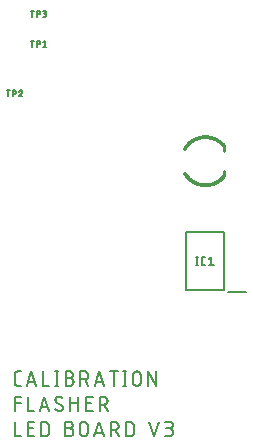
<source format=gbr>
G04 EAGLE Gerber RS-274X export*
G75*
%MOMM*%
%FSLAX34Y34*%
%LPD*%
%INSilkscreen Top*%
%IPPOS*%
%AMOC8*
5,1,8,0,0,1.08239X$1,22.5*%
G01*
%ADD10C,0.203200*%
%ADD11C,0.025400*%
%ADD12C,0.254000*%
%ADD13C,0.127000*%
%ADD14C,0.200000*%


D10*
X30565Y53848D02*
X27855Y53848D01*
X27754Y53850D01*
X27653Y53856D01*
X27552Y53865D01*
X27451Y53878D01*
X27351Y53895D01*
X27252Y53916D01*
X27154Y53940D01*
X27057Y53968D01*
X26960Y54000D01*
X26865Y54035D01*
X26772Y54074D01*
X26680Y54116D01*
X26589Y54162D01*
X26501Y54211D01*
X26414Y54263D01*
X26329Y54319D01*
X26246Y54377D01*
X26166Y54439D01*
X26088Y54504D01*
X26012Y54571D01*
X25939Y54641D01*
X25869Y54714D01*
X25802Y54790D01*
X25737Y54868D01*
X25675Y54948D01*
X25617Y55031D01*
X25561Y55116D01*
X25509Y55202D01*
X25460Y55291D01*
X25414Y55382D01*
X25372Y55474D01*
X25333Y55567D01*
X25298Y55662D01*
X25266Y55759D01*
X25238Y55856D01*
X25214Y55954D01*
X25193Y56053D01*
X25176Y56153D01*
X25163Y56254D01*
X25154Y56355D01*
X25148Y56456D01*
X25146Y56557D01*
X25146Y63331D01*
X25148Y63435D01*
X25154Y63538D01*
X25164Y63642D01*
X25178Y63745D01*
X25196Y63847D01*
X25217Y63948D01*
X25243Y64049D01*
X25272Y64148D01*
X25305Y64247D01*
X25342Y64344D01*
X25383Y64439D01*
X25427Y64533D01*
X25475Y64625D01*
X25526Y64715D01*
X25581Y64804D01*
X25639Y64890D01*
X25701Y64973D01*
X25765Y65055D01*
X25833Y65133D01*
X25903Y65209D01*
X25976Y65283D01*
X26053Y65353D01*
X26131Y65421D01*
X26213Y65485D01*
X26296Y65547D01*
X26382Y65605D01*
X26471Y65660D01*
X26561Y65711D01*
X26653Y65759D01*
X26747Y65803D01*
X26842Y65844D01*
X26939Y65881D01*
X27038Y65914D01*
X27137Y65943D01*
X27238Y65969D01*
X27339Y65990D01*
X27441Y66008D01*
X27544Y66022D01*
X27648Y66032D01*
X27751Y66038D01*
X27855Y66040D01*
X30565Y66040D01*
X39252Y66040D02*
X35188Y53848D01*
X43316Y53848D02*
X39252Y66040D01*
X42300Y56896D02*
X36204Y56896D01*
X49129Y53848D02*
X49129Y66040D01*
X49129Y53848D02*
X54548Y53848D01*
X60588Y53848D02*
X60588Y66040D01*
X59234Y53848D02*
X61943Y53848D01*
X61943Y66040D02*
X59234Y66040D01*
X68134Y60621D02*
X71521Y60621D01*
X71521Y60622D02*
X71637Y60620D01*
X71752Y60614D01*
X71867Y60604D01*
X71982Y60590D01*
X72096Y60573D01*
X72210Y60551D01*
X72323Y60526D01*
X72435Y60496D01*
X72546Y60463D01*
X72655Y60426D01*
X72764Y60386D01*
X72870Y60342D01*
X72976Y60294D01*
X73079Y60242D01*
X73181Y60187D01*
X73281Y60129D01*
X73379Y60067D01*
X73474Y60002D01*
X73568Y59934D01*
X73658Y59862D01*
X73747Y59788D01*
X73833Y59710D01*
X73916Y59630D01*
X73996Y59547D01*
X74074Y59461D01*
X74148Y59372D01*
X74220Y59282D01*
X74288Y59188D01*
X74353Y59093D01*
X74415Y58995D01*
X74473Y58895D01*
X74528Y58793D01*
X74580Y58690D01*
X74628Y58584D01*
X74672Y58478D01*
X74712Y58369D01*
X74749Y58260D01*
X74782Y58149D01*
X74812Y58037D01*
X74837Y57924D01*
X74859Y57810D01*
X74876Y57696D01*
X74890Y57581D01*
X74900Y57466D01*
X74906Y57351D01*
X74908Y57235D01*
X74906Y57119D01*
X74900Y57004D01*
X74890Y56889D01*
X74876Y56774D01*
X74859Y56660D01*
X74837Y56546D01*
X74812Y56433D01*
X74782Y56321D01*
X74749Y56210D01*
X74712Y56101D01*
X74672Y55992D01*
X74628Y55886D01*
X74580Y55780D01*
X74528Y55677D01*
X74473Y55575D01*
X74415Y55475D01*
X74353Y55377D01*
X74288Y55282D01*
X74220Y55188D01*
X74148Y55098D01*
X74074Y55009D01*
X73996Y54923D01*
X73916Y54840D01*
X73833Y54760D01*
X73747Y54682D01*
X73658Y54608D01*
X73568Y54536D01*
X73474Y54468D01*
X73379Y54403D01*
X73281Y54341D01*
X73181Y54283D01*
X73079Y54228D01*
X72976Y54176D01*
X72870Y54128D01*
X72764Y54084D01*
X72655Y54044D01*
X72546Y54007D01*
X72435Y53974D01*
X72323Y53944D01*
X72210Y53919D01*
X72096Y53897D01*
X71982Y53880D01*
X71867Y53866D01*
X71752Y53856D01*
X71637Y53850D01*
X71521Y53848D01*
X68134Y53848D01*
X68134Y66040D01*
X71521Y66040D01*
X71624Y66038D01*
X71726Y66032D01*
X71828Y66023D01*
X71930Y66009D01*
X72031Y65992D01*
X72131Y65970D01*
X72230Y65945D01*
X72329Y65917D01*
X72426Y65884D01*
X72522Y65848D01*
X72617Y65809D01*
X72710Y65765D01*
X72801Y65719D01*
X72890Y65668D01*
X72978Y65615D01*
X73063Y65558D01*
X73146Y65498D01*
X73227Y65435D01*
X73306Y65369D01*
X73381Y65300D01*
X73455Y65228D01*
X73525Y65154D01*
X73593Y65077D01*
X73657Y64997D01*
X73719Y64915D01*
X73777Y64831D01*
X73832Y64744D01*
X73884Y64656D01*
X73932Y64565D01*
X73977Y64473D01*
X74019Y64380D01*
X74057Y64284D01*
X74091Y64188D01*
X74122Y64090D01*
X74148Y63991D01*
X74172Y63891D01*
X74191Y63790D01*
X74206Y63689D01*
X74218Y63587D01*
X74226Y63485D01*
X74230Y63382D01*
X74230Y63280D01*
X74226Y63177D01*
X74218Y63075D01*
X74206Y62973D01*
X74191Y62872D01*
X74172Y62771D01*
X74148Y62671D01*
X74122Y62572D01*
X74091Y62474D01*
X74057Y62378D01*
X74019Y62282D01*
X73977Y62189D01*
X73932Y62097D01*
X73884Y62006D01*
X73832Y61918D01*
X73777Y61831D01*
X73719Y61747D01*
X73657Y61665D01*
X73593Y61585D01*
X73525Y61508D01*
X73455Y61434D01*
X73381Y61362D01*
X73306Y61293D01*
X73227Y61227D01*
X73146Y61164D01*
X73063Y61104D01*
X72978Y61047D01*
X72890Y60994D01*
X72801Y60943D01*
X72710Y60897D01*
X72617Y60853D01*
X72522Y60814D01*
X72426Y60778D01*
X72329Y60745D01*
X72230Y60717D01*
X72131Y60692D01*
X72031Y60670D01*
X71930Y60653D01*
X71828Y60639D01*
X71726Y60630D01*
X71624Y60624D01*
X71521Y60622D01*
X80786Y66040D02*
X80786Y53848D01*
X80786Y66040D02*
X84173Y66040D01*
X84289Y66038D01*
X84404Y66032D01*
X84519Y66022D01*
X84634Y66008D01*
X84748Y65991D01*
X84862Y65969D01*
X84975Y65944D01*
X85087Y65914D01*
X85198Y65881D01*
X85307Y65844D01*
X85416Y65804D01*
X85522Y65760D01*
X85628Y65712D01*
X85731Y65660D01*
X85833Y65605D01*
X85933Y65547D01*
X86031Y65485D01*
X86126Y65420D01*
X86220Y65352D01*
X86310Y65280D01*
X86399Y65206D01*
X86485Y65128D01*
X86568Y65048D01*
X86648Y64965D01*
X86726Y64879D01*
X86800Y64790D01*
X86872Y64700D01*
X86940Y64606D01*
X87005Y64511D01*
X87067Y64413D01*
X87125Y64313D01*
X87180Y64211D01*
X87232Y64108D01*
X87280Y64002D01*
X87324Y63896D01*
X87364Y63787D01*
X87401Y63678D01*
X87434Y63567D01*
X87464Y63455D01*
X87489Y63342D01*
X87511Y63228D01*
X87528Y63114D01*
X87542Y62999D01*
X87552Y62884D01*
X87558Y62769D01*
X87560Y62653D01*
X87558Y62537D01*
X87552Y62422D01*
X87542Y62307D01*
X87528Y62192D01*
X87511Y62078D01*
X87489Y61964D01*
X87464Y61851D01*
X87434Y61739D01*
X87401Y61628D01*
X87364Y61519D01*
X87324Y61410D01*
X87280Y61304D01*
X87232Y61198D01*
X87180Y61095D01*
X87125Y60993D01*
X87067Y60893D01*
X87005Y60795D01*
X86940Y60700D01*
X86872Y60606D01*
X86800Y60516D01*
X86726Y60427D01*
X86648Y60341D01*
X86568Y60258D01*
X86485Y60178D01*
X86399Y60100D01*
X86310Y60026D01*
X86220Y59954D01*
X86126Y59886D01*
X86031Y59821D01*
X85933Y59759D01*
X85833Y59701D01*
X85731Y59646D01*
X85628Y59594D01*
X85522Y59546D01*
X85416Y59502D01*
X85307Y59462D01*
X85198Y59425D01*
X85087Y59392D01*
X84975Y59362D01*
X84862Y59337D01*
X84748Y59315D01*
X84634Y59298D01*
X84519Y59284D01*
X84404Y59274D01*
X84289Y59268D01*
X84173Y59266D01*
X84173Y59267D02*
X80786Y59267D01*
X84850Y59267D02*
X87559Y53848D01*
X92796Y53848D02*
X96860Y66040D01*
X100924Y53848D01*
X99908Y56896D02*
X93812Y56896D01*
X108808Y53848D02*
X108808Y66040D01*
X112194Y66040D02*
X105421Y66040D01*
X118195Y66040D02*
X118195Y53848D01*
X116841Y53848D02*
X119550Y53848D01*
X119550Y66040D02*
X116841Y66040D01*
X125050Y62653D02*
X125050Y57235D01*
X125050Y62653D02*
X125052Y62769D01*
X125058Y62884D01*
X125068Y62999D01*
X125082Y63114D01*
X125099Y63228D01*
X125121Y63342D01*
X125146Y63455D01*
X125176Y63567D01*
X125209Y63678D01*
X125246Y63787D01*
X125286Y63896D01*
X125330Y64002D01*
X125378Y64108D01*
X125430Y64211D01*
X125485Y64313D01*
X125543Y64413D01*
X125605Y64511D01*
X125670Y64606D01*
X125738Y64700D01*
X125810Y64790D01*
X125884Y64879D01*
X125962Y64965D01*
X126042Y65048D01*
X126125Y65128D01*
X126211Y65206D01*
X126300Y65280D01*
X126390Y65352D01*
X126484Y65420D01*
X126579Y65485D01*
X126677Y65547D01*
X126777Y65605D01*
X126879Y65660D01*
X126982Y65712D01*
X127088Y65760D01*
X127194Y65804D01*
X127303Y65844D01*
X127412Y65881D01*
X127523Y65914D01*
X127635Y65944D01*
X127748Y65969D01*
X127862Y65991D01*
X127976Y66008D01*
X128091Y66022D01*
X128206Y66032D01*
X128321Y66038D01*
X128437Y66040D01*
X128553Y66038D01*
X128668Y66032D01*
X128783Y66022D01*
X128898Y66008D01*
X129012Y65991D01*
X129126Y65969D01*
X129239Y65944D01*
X129351Y65914D01*
X129462Y65881D01*
X129571Y65844D01*
X129680Y65804D01*
X129786Y65760D01*
X129892Y65712D01*
X129995Y65660D01*
X130097Y65605D01*
X130197Y65547D01*
X130295Y65485D01*
X130390Y65420D01*
X130484Y65352D01*
X130574Y65280D01*
X130663Y65206D01*
X130749Y65128D01*
X130832Y65048D01*
X130912Y64965D01*
X130990Y64879D01*
X131064Y64790D01*
X131136Y64700D01*
X131204Y64606D01*
X131269Y64511D01*
X131331Y64413D01*
X131389Y64313D01*
X131444Y64211D01*
X131496Y64108D01*
X131544Y64002D01*
X131588Y63896D01*
X131628Y63787D01*
X131665Y63678D01*
X131698Y63567D01*
X131728Y63455D01*
X131753Y63342D01*
X131775Y63228D01*
X131792Y63114D01*
X131806Y62999D01*
X131816Y62884D01*
X131822Y62769D01*
X131824Y62653D01*
X131823Y62653D02*
X131823Y57235D01*
X131824Y57235D02*
X131822Y57119D01*
X131816Y57004D01*
X131806Y56889D01*
X131792Y56774D01*
X131775Y56660D01*
X131753Y56546D01*
X131728Y56433D01*
X131698Y56321D01*
X131665Y56210D01*
X131628Y56101D01*
X131588Y55992D01*
X131544Y55886D01*
X131496Y55780D01*
X131444Y55677D01*
X131389Y55575D01*
X131331Y55475D01*
X131269Y55377D01*
X131204Y55282D01*
X131136Y55188D01*
X131064Y55098D01*
X130990Y55009D01*
X130912Y54923D01*
X130832Y54840D01*
X130749Y54760D01*
X130663Y54682D01*
X130574Y54608D01*
X130484Y54536D01*
X130390Y54468D01*
X130295Y54403D01*
X130197Y54341D01*
X130097Y54283D01*
X129995Y54228D01*
X129892Y54176D01*
X129786Y54128D01*
X129680Y54084D01*
X129571Y54044D01*
X129462Y54007D01*
X129351Y53974D01*
X129239Y53944D01*
X129126Y53919D01*
X129012Y53897D01*
X128898Y53880D01*
X128783Y53866D01*
X128668Y53856D01*
X128553Y53850D01*
X128437Y53848D01*
X128321Y53850D01*
X128206Y53856D01*
X128091Y53866D01*
X127976Y53880D01*
X127862Y53897D01*
X127748Y53919D01*
X127635Y53944D01*
X127523Y53974D01*
X127412Y54007D01*
X127303Y54044D01*
X127194Y54084D01*
X127088Y54128D01*
X126982Y54176D01*
X126879Y54228D01*
X126777Y54283D01*
X126677Y54341D01*
X126579Y54403D01*
X126484Y54468D01*
X126390Y54536D01*
X126300Y54608D01*
X126211Y54682D01*
X126125Y54760D01*
X126042Y54840D01*
X125962Y54923D01*
X125884Y55009D01*
X125810Y55098D01*
X125738Y55188D01*
X125670Y55282D01*
X125605Y55377D01*
X125543Y55475D01*
X125485Y55575D01*
X125430Y55677D01*
X125378Y55780D01*
X125330Y55886D01*
X125286Y55992D01*
X125246Y56101D01*
X125209Y56210D01*
X125176Y56321D01*
X125146Y56433D01*
X125121Y56546D01*
X125099Y56660D01*
X125082Y56774D01*
X125068Y56889D01*
X125058Y57004D01*
X125052Y57119D01*
X125050Y57235D01*
X138278Y53848D02*
X138278Y66040D01*
X145052Y53848D01*
X145052Y66040D01*
X25146Y44704D02*
X25146Y32512D01*
X25146Y44704D02*
X30565Y44704D01*
X30565Y39285D02*
X25146Y39285D01*
X36241Y44704D02*
X36241Y32512D01*
X41659Y32512D01*
X46196Y32512D02*
X50260Y44704D01*
X54324Y32512D01*
X53308Y35560D02*
X47212Y35560D01*
X63312Y32512D02*
X63413Y32514D01*
X63514Y32520D01*
X63615Y32529D01*
X63716Y32542D01*
X63816Y32559D01*
X63915Y32580D01*
X64013Y32604D01*
X64110Y32632D01*
X64207Y32664D01*
X64302Y32699D01*
X64395Y32738D01*
X64487Y32780D01*
X64578Y32826D01*
X64666Y32875D01*
X64753Y32927D01*
X64838Y32983D01*
X64921Y33041D01*
X65001Y33103D01*
X65079Y33168D01*
X65155Y33235D01*
X65228Y33305D01*
X65298Y33378D01*
X65365Y33454D01*
X65430Y33532D01*
X65492Y33612D01*
X65550Y33695D01*
X65606Y33780D01*
X65658Y33866D01*
X65707Y33955D01*
X65753Y34046D01*
X65795Y34138D01*
X65834Y34231D01*
X65869Y34326D01*
X65901Y34423D01*
X65929Y34520D01*
X65953Y34618D01*
X65974Y34717D01*
X65991Y34817D01*
X66004Y34918D01*
X66013Y35019D01*
X66019Y35120D01*
X66021Y35221D01*
X63312Y32512D02*
X63161Y32514D01*
X63011Y32520D01*
X62861Y32530D01*
X62711Y32544D01*
X62561Y32561D01*
X62412Y32583D01*
X62263Y32609D01*
X62116Y32638D01*
X61969Y32672D01*
X61823Y32709D01*
X61678Y32750D01*
X61534Y32795D01*
X61392Y32844D01*
X61250Y32896D01*
X61110Y32952D01*
X60972Y33012D01*
X60836Y33075D01*
X60701Y33142D01*
X60567Y33213D01*
X60436Y33287D01*
X60307Y33364D01*
X60180Y33445D01*
X60055Y33529D01*
X59932Y33616D01*
X59812Y33707D01*
X59694Y33801D01*
X59578Y33897D01*
X59465Y33997D01*
X59355Y34100D01*
X59248Y34205D01*
X59587Y41995D02*
X59589Y42096D01*
X59595Y42197D01*
X59604Y42298D01*
X59617Y42399D01*
X59634Y42499D01*
X59655Y42598D01*
X59679Y42696D01*
X59707Y42793D01*
X59739Y42890D01*
X59774Y42985D01*
X59813Y43078D01*
X59855Y43170D01*
X59901Y43261D01*
X59950Y43350D01*
X60002Y43436D01*
X60058Y43521D01*
X60116Y43604D01*
X60178Y43684D01*
X60243Y43762D01*
X60310Y43838D01*
X60380Y43911D01*
X60453Y43981D01*
X60529Y44048D01*
X60607Y44113D01*
X60687Y44175D01*
X60770Y44233D01*
X60855Y44289D01*
X60942Y44341D01*
X61030Y44390D01*
X61121Y44436D01*
X61213Y44478D01*
X61306Y44517D01*
X61401Y44552D01*
X61498Y44584D01*
X61595Y44612D01*
X61693Y44636D01*
X61792Y44657D01*
X61892Y44674D01*
X61993Y44687D01*
X62094Y44696D01*
X62195Y44702D01*
X62296Y44704D01*
X62438Y44702D01*
X62580Y44696D01*
X62722Y44686D01*
X62863Y44672D01*
X63004Y44654D01*
X63145Y44633D01*
X63285Y44607D01*
X63424Y44577D01*
X63562Y44544D01*
X63699Y44506D01*
X63835Y44465D01*
X63970Y44420D01*
X64103Y44372D01*
X64235Y44319D01*
X64366Y44263D01*
X64495Y44203D01*
X64622Y44140D01*
X64748Y44073D01*
X64871Y44003D01*
X64993Y43929D01*
X65112Y43852D01*
X65229Y43772D01*
X65344Y43688D01*
X60942Y39624D02*
X60855Y39677D01*
X60770Y39734D01*
X60687Y39794D01*
X60607Y39857D01*
X60529Y39922D01*
X60453Y39991D01*
X60380Y40062D01*
X60310Y40136D01*
X60242Y40213D01*
X60178Y40292D01*
X60116Y40373D01*
X60057Y40456D01*
X60002Y40542D01*
X59950Y40630D01*
X59901Y40719D01*
X59855Y40810D01*
X59813Y40903D01*
X59774Y40998D01*
X59739Y41094D01*
X59707Y41191D01*
X59679Y41289D01*
X59655Y41388D01*
X59634Y41488D01*
X59617Y41588D01*
X59604Y41689D01*
X59595Y41791D01*
X59589Y41893D01*
X59587Y41995D01*
X64667Y37592D02*
X64754Y37539D01*
X64839Y37482D01*
X64922Y37422D01*
X65002Y37359D01*
X65080Y37294D01*
X65156Y37225D01*
X65229Y37154D01*
X65299Y37080D01*
X65367Y37003D01*
X65431Y36924D01*
X65493Y36843D01*
X65552Y36760D01*
X65607Y36674D01*
X65659Y36586D01*
X65708Y36497D01*
X65754Y36406D01*
X65796Y36313D01*
X65835Y36218D01*
X65870Y36122D01*
X65902Y36025D01*
X65930Y35927D01*
X65954Y35828D01*
X65975Y35728D01*
X65992Y35628D01*
X66005Y35527D01*
X66014Y35425D01*
X66020Y35323D01*
X66022Y35221D01*
X64667Y37592D02*
X60942Y39624D01*
X72050Y44704D02*
X72050Y32512D01*
X72050Y39285D02*
X78823Y39285D01*
X78823Y44704D02*
X78823Y32512D01*
X85740Y32512D02*
X91159Y32512D01*
X85740Y32512D02*
X85740Y44704D01*
X91159Y44704D01*
X89804Y39285D02*
X85740Y39285D01*
X96914Y44704D02*
X96914Y32512D01*
X96914Y44704D02*
X100301Y44704D01*
X100417Y44702D01*
X100532Y44696D01*
X100647Y44686D01*
X100762Y44672D01*
X100876Y44655D01*
X100990Y44633D01*
X101103Y44608D01*
X101215Y44578D01*
X101326Y44545D01*
X101435Y44508D01*
X101544Y44468D01*
X101650Y44424D01*
X101756Y44376D01*
X101859Y44324D01*
X101961Y44269D01*
X102061Y44211D01*
X102159Y44149D01*
X102254Y44084D01*
X102348Y44016D01*
X102438Y43944D01*
X102527Y43870D01*
X102613Y43792D01*
X102696Y43712D01*
X102776Y43629D01*
X102854Y43543D01*
X102928Y43454D01*
X103000Y43364D01*
X103068Y43270D01*
X103133Y43175D01*
X103195Y43077D01*
X103253Y42977D01*
X103308Y42875D01*
X103360Y42772D01*
X103408Y42666D01*
X103452Y42560D01*
X103492Y42451D01*
X103529Y42342D01*
X103562Y42231D01*
X103592Y42119D01*
X103617Y42006D01*
X103639Y41892D01*
X103656Y41778D01*
X103670Y41663D01*
X103680Y41548D01*
X103686Y41433D01*
X103688Y41317D01*
X103686Y41201D01*
X103680Y41086D01*
X103670Y40971D01*
X103656Y40856D01*
X103639Y40742D01*
X103617Y40628D01*
X103592Y40515D01*
X103562Y40403D01*
X103529Y40292D01*
X103492Y40183D01*
X103452Y40074D01*
X103408Y39968D01*
X103360Y39862D01*
X103308Y39759D01*
X103253Y39657D01*
X103195Y39557D01*
X103133Y39459D01*
X103068Y39364D01*
X103000Y39270D01*
X102928Y39180D01*
X102854Y39091D01*
X102776Y39005D01*
X102696Y38922D01*
X102613Y38842D01*
X102527Y38764D01*
X102438Y38690D01*
X102348Y38618D01*
X102254Y38550D01*
X102159Y38485D01*
X102061Y38423D01*
X101961Y38365D01*
X101859Y38310D01*
X101756Y38258D01*
X101650Y38210D01*
X101544Y38166D01*
X101435Y38126D01*
X101326Y38089D01*
X101215Y38056D01*
X101103Y38026D01*
X100990Y38001D01*
X100876Y37979D01*
X100762Y37962D01*
X100647Y37948D01*
X100532Y37938D01*
X100417Y37932D01*
X100301Y37930D01*
X100301Y37931D02*
X96914Y37931D01*
X100978Y37931D02*
X103688Y32512D01*
X25146Y23368D02*
X25146Y11176D01*
X30565Y11176D01*
X36241Y11176D02*
X41659Y11176D01*
X36241Y11176D02*
X36241Y23368D01*
X41659Y23368D01*
X40305Y17949D02*
X36241Y17949D01*
X47300Y23368D02*
X47300Y11176D01*
X47300Y23368D02*
X50687Y23368D01*
X50803Y23366D01*
X50918Y23360D01*
X51033Y23350D01*
X51148Y23336D01*
X51262Y23319D01*
X51376Y23297D01*
X51489Y23272D01*
X51601Y23242D01*
X51712Y23209D01*
X51821Y23172D01*
X51930Y23132D01*
X52036Y23088D01*
X52142Y23040D01*
X52245Y22988D01*
X52347Y22933D01*
X52447Y22875D01*
X52545Y22813D01*
X52640Y22748D01*
X52734Y22680D01*
X52825Y22608D01*
X52913Y22534D01*
X52999Y22456D01*
X53082Y22376D01*
X53162Y22293D01*
X53240Y22207D01*
X53314Y22118D01*
X53386Y22028D01*
X53454Y21934D01*
X53519Y21839D01*
X53581Y21741D01*
X53639Y21641D01*
X53694Y21539D01*
X53746Y21436D01*
X53794Y21330D01*
X53838Y21224D01*
X53878Y21115D01*
X53915Y21006D01*
X53948Y20895D01*
X53978Y20783D01*
X54003Y20670D01*
X54025Y20556D01*
X54042Y20442D01*
X54056Y20327D01*
X54066Y20212D01*
X54072Y20097D01*
X54074Y19981D01*
X54073Y19981D02*
X54073Y14563D01*
X54074Y14563D02*
X54072Y14447D01*
X54066Y14332D01*
X54056Y14217D01*
X54042Y14102D01*
X54025Y13988D01*
X54003Y13874D01*
X53978Y13761D01*
X53948Y13649D01*
X53915Y13538D01*
X53878Y13429D01*
X53838Y13320D01*
X53794Y13214D01*
X53746Y13108D01*
X53694Y13005D01*
X53639Y12903D01*
X53581Y12803D01*
X53519Y12705D01*
X53454Y12610D01*
X53386Y12516D01*
X53314Y12426D01*
X53240Y12337D01*
X53162Y12251D01*
X53082Y12168D01*
X52999Y12088D01*
X52913Y12010D01*
X52825Y11936D01*
X52734Y11864D01*
X52640Y11796D01*
X52545Y11731D01*
X52447Y11669D01*
X52347Y11611D01*
X52245Y11556D01*
X52142Y11504D01*
X52036Y11456D01*
X51930Y11412D01*
X51821Y11372D01*
X51712Y11335D01*
X51601Y11302D01*
X51489Y11272D01*
X51376Y11247D01*
X51263Y11225D01*
X51148Y11208D01*
X51033Y11194D01*
X50918Y11184D01*
X50803Y11178D01*
X50687Y11176D01*
X47300Y11176D01*
X68047Y17949D02*
X71434Y17949D01*
X71434Y17950D02*
X71550Y17948D01*
X71665Y17942D01*
X71780Y17932D01*
X71895Y17918D01*
X72009Y17901D01*
X72123Y17879D01*
X72236Y17854D01*
X72348Y17824D01*
X72459Y17791D01*
X72568Y17754D01*
X72677Y17714D01*
X72783Y17670D01*
X72889Y17622D01*
X72992Y17570D01*
X73094Y17515D01*
X73194Y17457D01*
X73292Y17395D01*
X73387Y17330D01*
X73481Y17262D01*
X73571Y17190D01*
X73660Y17116D01*
X73746Y17038D01*
X73829Y16958D01*
X73909Y16875D01*
X73987Y16789D01*
X74061Y16700D01*
X74133Y16610D01*
X74201Y16516D01*
X74266Y16421D01*
X74328Y16323D01*
X74386Y16223D01*
X74441Y16121D01*
X74493Y16018D01*
X74541Y15912D01*
X74585Y15806D01*
X74625Y15697D01*
X74662Y15588D01*
X74695Y15477D01*
X74725Y15365D01*
X74750Y15252D01*
X74772Y15138D01*
X74789Y15024D01*
X74803Y14909D01*
X74813Y14794D01*
X74819Y14679D01*
X74821Y14563D01*
X74819Y14447D01*
X74813Y14332D01*
X74803Y14217D01*
X74789Y14102D01*
X74772Y13988D01*
X74750Y13874D01*
X74725Y13761D01*
X74695Y13649D01*
X74662Y13538D01*
X74625Y13429D01*
X74585Y13320D01*
X74541Y13214D01*
X74493Y13108D01*
X74441Y13005D01*
X74386Y12903D01*
X74328Y12803D01*
X74266Y12705D01*
X74201Y12610D01*
X74133Y12516D01*
X74061Y12426D01*
X73987Y12337D01*
X73909Y12251D01*
X73829Y12168D01*
X73746Y12088D01*
X73660Y12010D01*
X73571Y11936D01*
X73481Y11864D01*
X73387Y11796D01*
X73292Y11731D01*
X73194Y11669D01*
X73094Y11611D01*
X72992Y11556D01*
X72889Y11504D01*
X72783Y11456D01*
X72677Y11412D01*
X72568Y11372D01*
X72459Y11335D01*
X72348Y11302D01*
X72236Y11272D01*
X72123Y11247D01*
X72009Y11225D01*
X71895Y11208D01*
X71780Y11194D01*
X71665Y11184D01*
X71550Y11178D01*
X71434Y11176D01*
X68047Y11176D01*
X68047Y23368D01*
X71434Y23368D01*
X71537Y23366D01*
X71639Y23360D01*
X71741Y23351D01*
X71843Y23337D01*
X71944Y23320D01*
X72044Y23298D01*
X72143Y23273D01*
X72242Y23245D01*
X72339Y23212D01*
X72435Y23176D01*
X72530Y23137D01*
X72623Y23093D01*
X72714Y23047D01*
X72803Y22996D01*
X72891Y22943D01*
X72976Y22886D01*
X73059Y22826D01*
X73140Y22763D01*
X73219Y22697D01*
X73294Y22628D01*
X73368Y22556D01*
X73438Y22482D01*
X73506Y22405D01*
X73570Y22325D01*
X73632Y22243D01*
X73690Y22159D01*
X73745Y22072D01*
X73797Y21984D01*
X73845Y21893D01*
X73890Y21801D01*
X73932Y21708D01*
X73970Y21612D01*
X74004Y21516D01*
X74035Y21418D01*
X74061Y21319D01*
X74085Y21219D01*
X74104Y21118D01*
X74119Y21017D01*
X74131Y20915D01*
X74139Y20813D01*
X74143Y20710D01*
X74143Y20608D01*
X74139Y20505D01*
X74131Y20403D01*
X74119Y20301D01*
X74104Y20200D01*
X74085Y20099D01*
X74061Y19999D01*
X74035Y19900D01*
X74004Y19802D01*
X73970Y19706D01*
X73932Y19610D01*
X73890Y19517D01*
X73845Y19425D01*
X73797Y19334D01*
X73745Y19246D01*
X73690Y19159D01*
X73632Y19075D01*
X73570Y18993D01*
X73506Y18913D01*
X73438Y18836D01*
X73368Y18762D01*
X73294Y18690D01*
X73219Y18621D01*
X73140Y18555D01*
X73059Y18492D01*
X72976Y18432D01*
X72891Y18375D01*
X72803Y18322D01*
X72714Y18271D01*
X72623Y18225D01*
X72530Y18181D01*
X72435Y18142D01*
X72339Y18106D01*
X72242Y18073D01*
X72143Y18045D01*
X72044Y18020D01*
X71944Y17998D01*
X71843Y17981D01*
X71741Y17967D01*
X71639Y17958D01*
X71537Y17952D01*
X71434Y17950D01*
X80158Y19981D02*
X80158Y14563D01*
X80157Y19981D02*
X80159Y20097D01*
X80165Y20212D01*
X80175Y20327D01*
X80189Y20442D01*
X80206Y20556D01*
X80228Y20670D01*
X80253Y20783D01*
X80283Y20895D01*
X80316Y21006D01*
X80353Y21115D01*
X80393Y21224D01*
X80437Y21330D01*
X80485Y21436D01*
X80537Y21539D01*
X80592Y21641D01*
X80650Y21741D01*
X80712Y21839D01*
X80777Y21934D01*
X80845Y22028D01*
X80917Y22118D01*
X80991Y22207D01*
X81069Y22293D01*
X81149Y22376D01*
X81232Y22456D01*
X81318Y22534D01*
X81407Y22608D01*
X81497Y22680D01*
X81591Y22748D01*
X81686Y22813D01*
X81784Y22875D01*
X81884Y22933D01*
X81986Y22988D01*
X82089Y23040D01*
X82195Y23088D01*
X82301Y23132D01*
X82410Y23172D01*
X82519Y23209D01*
X82630Y23242D01*
X82742Y23272D01*
X82855Y23297D01*
X82969Y23319D01*
X83083Y23336D01*
X83198Y23350D01*
X83313Y23360D01*
X83428Y23366D01*
X83544Y23368D01*
X83660Y23366D01*
X83775Y23360D01*
X83890Y23350D01*
X84005Y23336D01*
X84119Y23319D01*
X84233Y23297D01*
X84346Y23272D01*
X84458Y23242D01*
X84569Y23209D01*
X84678Y23172D01*
X84787Y23132D01*
X84893Y23088D01*
X84999Y23040D01*
X85102Y22988D01*
X85204Y22933D01*
X85304Y22875D01*
X85402Y22813D01*
X85497Y22748D01*
X85591Y22680D01*
X85681Y22608D01*
X85770Y22534D01*
X85856Y22456D01*
X85939Y22376D01*
X86019Y22293D01*
X86097Y22207D01*
X86171Y22118D01*
X86243Y22028D01*
X86311Y21934D01*
X86376Y21839D01*
X86438Y21741D01*
X86496Y21641D01*
X86551Y21539D01*
X86603Y21436D01*
X86651Y21330D01*
X86695Y21224D01*
X86735Y21115D01*
X86772Y21006D01*
X86805Y20895D01*
X86835Y20783D01*
X86860Y20670D01*
X86882Y20556D01*
X86899Y20442D01*
X86913Y20327D01*
X86923Y20212D01*
X86929Y20097D01*
X86931Y19981D01*
X86931Y14563D01*
X86929Y14447D01*
X86923Y14332D01*
X86913Y14217D01*
X86899Y14102D01*
X86882Y13988D01*
X86860Y13874D01*
X86835Y13761D01*
X86805Y13649D01*
X86772Y13538D01*
X86735Y13429D01*
X86695Y13320D01*
X86651Y13214D01*
X86603Y13108D01*
X86551Y13005D01*
X86496Y12903D01*
X86438Y12803D01*
X86376Y12705D01*
X86311Y12610D01*
X86243Y12516D01*
X86171Y12426D01*
X86097Y12337D01*
X86019Y12251D01*
X85939Y12168D01*
X85856Y12088D01*
X85770Y12010D01*
X85681Y11936D01*
X85591Y11864D01*
X85497Y11796D01*
X85402Y11731D01*
X85304Y11669D01*
X85204Y11611D01*
X85102Y11556D01*
X84999Y11504D01*
X84893Y11456D01*
X84787Y11412D01*
X84678Y11372D01*
X84569Y11335D01*
X84458Y11302D01*
X84346Y11272D01*
X84233Y11247D01*
X84119Y11225D01*
X84005Y11208D01*
X83890Y11194D01*
X83775Y11184D01*
X83660Y11178D01*
X83544Y11176D01*
X83428Y11178D01*
X83313Y11184D01*
X83198Y11194D01*
X83083Y11208D01*
X82969Y11225D01*
X82855Y11247D01*
X82742Y11272D01*
X82630Y11302D01*
X82519Y11335D01*
X82410Y11372D01*
X82301Y11412D01*
X82195Y11456D01*
X82089Y11504D01*
X81986Y11556D01*
X81884Y11611D01*
X81784Y11669D01*
X81686Y11731D01*
X81591Y11796D01*
X81497Y11864D01*
X81407Y11936D01*
X81318Y12010D01*
X81232Y12088D01*
X81149Y12168D01*
X81069Y12251D01*
X80991Y12337D01*
X80917Y12426D01*
X80845Y12516D01*
X80777Y12610D01*
X80712Y12705D01*
X80650Y12803D01*
X80592Y12903D01*
X80537Y13005D01*
X80485Y13108D01*
X80437Y13214D01*
X80393Y13320D01*
X80353Y13429D01*
X80316Y13538D01*
X80283Y13649D01*
X80253Y13761D01*
X80228Y13874D01*
X80206Y13988D01*
X80189Y14102D01*
X80175Y14217D01*
X80165Y14332D01*
X80159Y14447D01*
X80157Y14563D01*
X92282Y11176D02*
X96346Y23368D01*
X100410Y11176D01*
X99394Y14224D02*
X93298Y14224D01*
X106302Y11176D02*
X106302Y23368D01*
X109689Y23368D01*
X109805Y23366D01*
X109920Y23360D01*
X110035Y23350D01*
X110150Y23336D01*
X110264Y23319D01*
X110378Y23297D01*
X110491Y23272D01*
X110603Y23242D01*
X110714Y23209D01*
X110823Y23172D01*
X110932Y23132D01*
X111038Y23088D01*
X111144Y23040D01*
X111247Y22988D01*
X111349Y22933D01*
X111449Y22875D01*
X111547Y22813D01*
X111642Y22748D01*
X111736Y22680D01*
X111826Y22608D01*
X111915Y22534D01*
X112001Y22456D01*
X112084Y22376D01*
X112164Y22293D01*
X112242Y22207D01*
X112316Y22118D01*
X112388Y22028D01*
X112456Y21934D01*
X112521Y21839D01*
X112583Y21741D01*
X112641Y21641D01*
X112696Y21539D01*
X112748Y21436D01*
X112796Y21330D01*
X112840Y21224D01*
X112880Y21115D01*
X112917Y21006D01*
X112950Y20895D01*
X112980Y20783D01*
X113005Y20670D01*
X113027Y20556D01*
X113044Y20442D01*
X113058Y20327D01*
X113068Y20212D01*
X113074Y20097D01*
X113076Y19981D01*
X113074Y19865D01*
X113068Y19750D01*
X113058Y19635D01*
X113044Y19520D01*
X113027Y19406D01*
X113005Y19292D01*
X112980Y19179D01*
X112950Y19067D01*
X112917Y18956D01*
X112880Y18847D01*
X112840Y18738D01*
X112796Y18632D01*
X112748Y18526D01*
X112696Y18423D01*
X112641Y18321D01*
X112583Y18221D01*
X112521Y18123D01*
X112456Y18028D01*
X112388Y17934D01*
X112316Y17844D01*
X112242Y17755D01*
X112164Y17669D01*
X112084Y17586D01*
X112001Y17506D01*
X111915Y17428D01*
X111826Y17354D01*
X111736Y17282D01*
X111642Y17214D01*
X111547Y17149D01*
X111449Y17087D01*
X111349Y17029D01*
X111247Y16974D01*
X111144Y16922D01*
X111038Y16874D01*
X110932Y16830D01*
X110823Y16790D01*
X110714Y16753D01*
X110603Y16720D01*
X110491Y16690D01*
X110378Y16665D01*
X110264Y16643D01*
X110150Y16626D01*
X110035Y16612D01*
X109920Y16602D01*
X109805Y16596D01*
X109689Y16594D01*
X109689Y16595D02*
X106302Y16595D01*
X110366Y16595D02*
X113076Y11176D01*
X119416Y11176D02*
X119416Y23368D01*
X122802Y23368D01*
X122918Y23366D01*
X123033Y23360D01*
X123148Y23350D01*
X123263Y23336D01*
X123377Y23319D01*
X123491Y23297D01*
X123604Y23272D01*
X123716Y23242D01*
X123827Y23209D01*
X123936Y23172D01*
X124045Y23132D01*
X124151Y23088D01*
X124257Y23040D01*
X124360Y22988D01*
X124462Y22933D01*
X124562Y22875D01*
X124660Y22813D01*
X124755Y22748D01*
X124849Y22680D01*
X124940Y22608D01*
X125028Y22534D01*
X125114Y22456D01*
X125197Y22376D01*
X125277Y22293D01*
X125355Y22207D01*
X125429Y22118D01*
X125501Y22028D01*
X125569Y21934D01*
X125634Y21839D01*
X125696Y21741D01*
X125754Y21641D01*
X125809Y21539D01*
X125861Y21436D01*
X125909Y21330D01*
X125953Y21224D01*
X125993Y21115D01*
X126030Y21006D01*
X126063Y20895D01*
X126093Y20783D01*
X126118Y20670D01*
X126140Y20556D01*
X126157Y20442D01*
X126171Y20327D01*
X126181Y20212D01*
X126187Y20097D01*
X126189Y19981D01*
X126189Y14563D01*
X126187Y14447D01*
X126181Y14332D01*
X126171Y14217D01*
X126157Y14102D01*
X126140Y13988D01*
X126118Y13874D01*
X126093Y13761D01*
X126063Y13649D01*
X126030Y13538D01*
X125993Y13429D01*
X125953Y13320D01*
X125909Y13214D01*
X125861Y13108D01*
X125809Y13005D01*
X125754Y12903D01*
X125696Y12803D01*
X125634Y12705D01*
X125569Y12610D01*
X125501Y12516D01*
X125429Y12426D01*
X125355Y12337D01*
X125277Y12251D01*
X125197Y12168D01*
X125114Y12088D01*
X125028Y12010D01*
X124940Y11936D01*
X124849Y11864D01*
X124755Y11796D01*
X124660Y11731D01*
X124562Y11669D01*
X124462Y11611D01*
X124360Y11556D01*
X124257Y11504D01*
X124151Y11456D01*
X124045Y11412D01*
X123936Y11372D01*
X123827Y11335D01*
X123716Y11302D01*
X123604Y11272D01*
X123491Y11247D01*
X123378Y11225D01*
X123263Y11208D01*
X123148Y11194D01*
X123033Y11184D01*
X122918Y11178D01*
X122802Y11176D01*
X119416Y11176D01*
X138794Y23368D02*
X142858Y11176D01*
X146922Y23368D01*
X152273Y11176D02*
X155660Y11176D01*
X155776Y11178D01*
X155891Y11184D01*
X156006Y11194D01*
X156121Y11208D01*
X156235Y11225D01*
X156349Y11247D01*
X156462Y11272D01*
X156574Y11302D01*
X156685Y11335D01*
X156794Y11372D01*
X156903Y11412D01*
X157009Y11456D01*
X157115Y11504D01*
X157218Y11556D01*
X157320Y11611D01*
X157420Y11669D01*
X157518Y11731D01*
X157613Y11796D01*
X157707Y11864D01*
X157797Y11936D01*
X157886Y12010D01*
X157972Y12088D01*
X158055Y12168D01*
X158135Y12251D01*
X158213Y12337D01*
X158287Y12426D01*
X158359Y12516D01*
X158427Y12610D01*
X158492Y12705D01*
X158554Y12803D01*
X158612Y12903D01*
X158667Y13005D01*
X158719Y13108D01*
X158767Y13214D01*
X158811Y13320D01*
X158851Y13429D01*
X158888Y13538D01*
X158921Y13649D01*
X158951Y13761D01*
X158976Y13874D01*
X158998Y13988D01*
X159015Y14102D01*
X159029Y14217D01*
X159039Y14332D01*
X159045Y14447D01*
X159047Y14563D01*
X159045Y14679D01*
X159039Y14794D01*
X159029Y14909D01*
X159015Y15024D01*
X158998Y15138D01*
X158976Y15252D01*
X158951Y15365D01*
X158921Y15477D01*
X158888Y15588D01*
X158851Y15697D01*
X158811Y15806D01*
X158767Y15912D01*
X158719Y16018D01*
X158667Y16121D01*
X158612Y16223D01*
X158554Y16323D01*
X158492Y16421D01*
X158427Y16516D01*
X158359Y16610D01*
X158287Y16700D01*
X158213Y16789D01*
X158135Y16875D01*
X158055Y16958D01*
X157972Y17038D01*
X157886Y17116D01*
X157797Y17190D01*
X157707Y17262D01*
X157613Y17330D01*
X157518Y17395D01*
X157420Y17457D01*
X157320Y17515D01*
X157218Y17570D01*
X157115Y17622D01*
X157009Y17670D01*
X156903Y17714D01*
X156794Y17754D01*
X156685Y17791D01*
X156574Y17824D01*
X156462Y17854D01*
X156349Y17879D01*
X156235Y17901D01*
X156121Y17918D01*
X156006Y17932D01*
X155891Y17942D01*
X155776Y17948D01*
X155660Y17950D01*
X156337Y23368D02*
X152273Y23368D01*
X156337Y23368D02*
X156440Y23366D01*
X156542Y23360D01*
X156644Y23351D01*
X156746Y23337D01*
X156847Y23320D01*
X156947Y23298D01*
X157046Y23273D01*
X157145Y23245D01*
X157242Y23212D01*
X157338Y23176D01*
X157433Y23137D01*
X157526Y23093D01*
X157617Y23047D01*
X157706Y22996D01*
X157794Y22943D01*
X157879Y22886D01*
X157962Y22826D01*
X158043Y22763D01*
X158122Y22697D01*
X158197Y22628D01*
X158271Y22556D01*
X158341Y22482D01*
X158409Y22405D01*
X158473Y22325D01*
X158535Y22243D01*
X158593Y22159D01*
X158648Y22072D01*
X158700Y21984D01*
X158748Y21893D01*
X158793Y21801D01*
X158835Y21708D01*
X158873Y21612D01*
X158907Y21516D01*
X158938Y21418D01*
X158964Y21319D01*
X158988Y21219D01*
X159007Y21118D01*
X159022Y21017D01*
X159034Y20915D01*
X159042Y20813D01*
X159046Y20710D01*
X159046Y20608D01*
X159042Y20505D01*
X159034Y20403D01*
X159022Y20301D01*
X159007Y20200D01*
X158988Y20099D01*
X158964Y19999D01*
X158938Y19900D01*
X158907Y19802D01*
X158873Y19706D01*
X158835Y19610D01*
X158793Y19517D01*
X158748Y19425D01*
X158700Y19334D01*
X158648Y19246D01*
X158593Y19159D01*
X158535Y19075D01*
X158473Y18993D01*
X158409Y18913D01*
X158341Y18836D01*
X158271Y18762D01*
X158197Y18690D01*
X158122Y18621D01*
X158043Y18555D01*
X157962Y18492D01*
X157879Y18432D01*
X157794Y18375D01*
X157706Y18322D01*
X157617Y18271D01*
X157526Y18225D01*
X157433Y18181D01*
X157338Y18142D01*
X157242Y18106D01*
X157145Y18073D01*
X157046Y18045D01*
X156947Y18020D01*
X156847Y17998D01*
X156746Y17981D01*
X156644Y17967D01*
X156542Y17958D01*
X156440Y17952D01*
X156337Y17950D01*
X156337Y17949D02*
X153628Y17949D01*
D11*
X202586Y258188D02*
X200830Y256724D01*
X200830Y256725D02*
X200529Y257072D01*
X200220Y257412D01*
X199903Y257745D01*
X199578Y258070D01*
X199246Y258387D01*
X198906Y258696D01*
X198558Y258997D01*
X198204Y259290D01*
X197842Y259573D01*
X197474Y259848D01*
X197099Y260115D01*
X196718Y260372D01*
X196331Y260620D01*
X195939Y260858D01*
X195540Y261087D01*
X195136Y261307D01*
X194728Y261517D01*
X194314Y261717D01*
X193895Y261907D01*
X193472Y262086D01*
X193045Y262256D01*
X192614Y262415D01*
X192179Y262564D01*
X191741Y262703D01*
X191300Y262831D01*
X190855Y262948D01*
X190408Y263055D01*
X189959Y263151D01*
X189507Y263236D01*
X189054Y263310D01*
X188598Y263374D01*
X188142Y263426D01*
X187684Y263468D01*
X187226Y263498D01*
X186766Y263518D01*
X186307Y263527D01*
X186306Y265812D01*
X186307Y265813D01*
X186822Y265803D01*
X187337Y265782D01*
X187851Y265748D01*
X188364Y265702D01*
X188876Y265643D01*
X189386Y265572D01*
X189895Y265489D01*
X190401Y265394D01*
X190905Y265286D01*
X191406Y265167D01*
X191904Y265036D01*
X192399Y264892D01*
X192890Y264737D01*
X193378Y264570D01*
X193861Y264391D01*
X194340Y264201D01*
X194814Y264000D01*
X195283Y263787D01*
X195747Y263563D01*
X196206Y263328D01*
X196658Y263081D01*
X197105Y262825D01*
X197545Y262557D01*
X197979Y262279D01*
X198406Y261991D01*
X198826Y261692D01*
X199238Y261383D01*
X199644Y261065D01*
X200041Y260737D01*
X200430Y260400D01*
X200811Y260053D01*
X201184Y259697D01*
X201548Y259333D01*
X201903Y258960D01*
X202249Y258578D01*
X202586Y258188D01*
X202402Y258034D01*
X202069Y258420D01*
X201727Y258797D01*
X201375Y259166D01*
X201015Y259526D01*
X200647Y259878D01*
X200270Y260221D01*
X199885Y260554D01*
X199492Y260879D01*
X199092Y261193D01*
X198684Y261498D01*
X198269Y261794D01*
X197847Y262079D01*
X197418Y262354D01*
X196982Y262618D01*
X196541Y262872D01*
X196093Y263115D01*
X195640Y263348D01*
X195182Y263569D01*
X194718Y263780D01*
X194249Y263979D01*
X193775Y264167D01*
X193298Y264344D01*
X192816Y264509D01*
X192330Y264662D01*
X191841Y264804D01*
X191348Y264934D01*
X190853Y265052D01*
X190355Y265158D01*
X189854Y265253D01*
X189351Y265335D01*
X188847Y265405D01*
X188341Y265463D01*
X187833Y265508D01*
X187325Y265542D01*
X186816Y265563D01*
X186307Y265573D01*
X186307Y265333D01*
X186810Y265324D01*
X187313Y265302D01*
X187816Y265269D01*
X188317Y265224D01*
X188818Y265167D01*
X189316Y265097D01*
X189813Y265016D01*
X190308Y264923D01*
X190801Y264818D01*
X191290Y264701D01*
X191777Y264573D01*
X192261Y264433D01*
X192741Y264281D01*
X193217Y264118D01*
X193690Y263943D01*
X194158Y263757D01*
X194621Y263560D01*
X195080Y263352D01*
X195533Y263133D01*
X195981Y262903D01*
X196424Y262663D01*
X196860Y262412D01*
X197290Y262150D01*
X197714Y261878D01*
X198132Y261597D01*
X198542Y261305D01*
X198945Y261003D01*
X199341Y260692D01*
X199730Y260372D01*
X200110Y260042D01*
X200483Y259703D01*
X200847Y259356D01*
X201203Y258999D01*
X201550Y258635D01*
X201888Y258262D01*
X202218Y257881D01*
X202033Y257727D01*
X201708Y258104D01*
X201373Y258472D01*
X201030Y258833D01*
X200678Y259185D01*
X200318Y259528D01*
X199950Y259863D01*
X199574Y260189D01*
X199190Y260506D01*
X198799Y260813D01*
X198400Y261111D01*
X197994Y261400D01*
X197582Y261678D01*
X197163Y261947D01*
X196738Y262205D01*
X196306Y262453D01*
X195869Y262691D01*
X195426Y262918D01*
X194978Y263135D01*
X194525Y263340D01*
X194067Y263535D01*
X193604Y263719D01*
X193137Y263891D01*
X192666Y264053D01*
X192192Y264203D01*
X191714Y264341D01*
X191233Y264468D01*
X190749Y264584D01*
X190262Y264687D01*
X189773Y264780D01*
X189281Y264860D01*
X188789Y264928D01*
X188294Y264985D01*
X187798Y265030D01*
X187302Y265063D01*
X186804Y265084D01*
X186307Y265093D01*
X186307Y264853D01*
X186799Y264844D01*
X187290Y264823D01*
X187781Y264790D01*
X188271Y264746D01*
X188759Y264690D01*
X189247Y264622D01*
X189732Y264543D01*
X190215Y264452D01*
X190696Y264349D01*
X191175Y264235D01*
X191650Y264110D01*
X192123Y263973D01*
X192592Y263825D01*
X193057Y263665D01*
X193518Y263495D01*
X193976Y263313D01*
X194428Y263121D01*
X194876Y262917D01*
X195319Y262704D01*
X195757Y262479D01*
X196189Y262244D01*
X196615Y261999D01*
X197035Y261743D01*
X197450Y261478D01*
X197857Y261203D01*
X198258Y260918D01*
X198652Y260623D01*
X199039Y260319D01*
X199418Y260006D01*
X199790Y259684D01*
X200154Y259353D01*
X200510Y259014D01*
X200857Y258666D01*
X201197Y258310D01*
X201527Y257946D01*
X201849Y257573D01*
X201664Y257420D01*
X201347Y257787D01*
X201020Y258147D01*
X200685Y258499D01*
X200341Y258843D01*
X199990Y259179D01*
X199630Y259505D01*
X199263Y259824D01*
X198888Y260133D01*
X198505Y260433D01*
X198116Y260724D01*
X197720Y261006D01*
X197317Y261278D01*
X196908Y261540D01*
X196493Y261792D01*
X196071Y262035D01*
X195644Y262267D01*
X195212Y262489D01*
X194774Y262700D01*
X194332Y262901D01*
X193884Y263091D01*
X193433Y263271D01*
X192977Y263439D01*
X192517Y263597D01*
X192054Y263743D01*
X191587Y263878D01*
X191117Y264002D01*
X190644Y264115D01*
X190169Y264217D01*
X189691Y264306D01*
X189212Y264385D01*
X188730Y264452D01*
X188247Y264507D01*
X187763Y264551D01*
X187278Y264583D01*
X186793Y264604D01*
X186307Y264613D01*
X186307Y264373D01*
X186787Y264364D01*
X187267Y264343D01*
X187746Y264312D01*
X188224Y264268D01*
X188701Y264214D01*
X189177Y264147D01*
X189651Y264070D01*
X190122Y263981D01*
X190592Y263881D01*
X191059Y263769D01*
X191523Y263647D01*
X191985Y263513D01*
X192442Y263368D01*
X192897Y263213D01*
X193347Y263046D01*
X193793Y262869D01*
X194235Y262681D01*
X194673Y262483D01*
X195105Y262274D01*
X195532Y262055D01*
X195954Y261825D01*
X196370Y261586D01*
X196781Y261337D01*
X197185Y261078D01*
X197583Y260809D01*
X197974Y260531D01*
X198359Y260243D01*
X198737Y259947D01*
X199107Y259641D01*
X199470Y259327D01*
X199825Y259004D01*
X200173Y258672D01*
X200512Y258333D01*
X200843Y257985D01*
X201166Y257629D01*
X201480Y257266D01*
X201296Y257113D01*
X200985Y257471D01*
X200667Y257822D01*
X200339Y258166D01*
X200004Y258501D01*
X199661Y258829D01*
X199310Y259148D01*
X198951Y259458D01*
X198585Y259760D01*
X198212Y260053D01*
X197832Y260337D01*
X197446Y260612D01*
X197053Y260877D01*
X196653Y261133D01*
X196248Y261380D01*
X195837Y261616D01*
X195420Y261843D01*
X194998Y262059D01*
X194571Y262265D01*
X194139Y262461D01*
X193702Y262647D01*
X193261Y262822D01*
X192817Y262987D01*
X192368Y263140D01*
X191916Y263283D01*
X191460Y263415D01*
X191001Y263537D01*
X190540Y263647D01*
X190076Y263746D01*
X189610Y263833D01*
X189142Y263910D01*
X188672Y263975D01*
X188201Y264030D01*
X187728Y264072D01*
X187255Y264104D01*
X186781Y264124D01*
X186307Y264133D01*
X186307Y263893D01*
X186775Y263884D01*
X187243Y263864D01*
X187711Y263833D01*
X188177Y263791D01*
X188643Y263737D01*
X189107Y263673D01*
X189569Y263597D01*
X190030Y263510D01*
X190488Y263412D01*
X190944Y263304D01*
X191396Y263184D01*
X191846Y263053D01*
X192293Y262912D01*
X192736Y262760D01*
X193176Y262598D01*
X193611Y262425D01*
X194042Y262242D01*
X194469Y262048D01*
X194891Y261844D01*
X195308Y261630D01*
X195719Y261407D01*
X196125Y261173D01*
X196526Y260930D01*
X196920Y260677D01*
X197309Y260415D01*
X197690Y260144D01*
X198066Y259863D01*
X198434Y259574D01*
X198796Y259276D01*
X199150Y258969D01*
X199496Y258654D01*
X199836Y258331D01*
X200167Y257999D01*
X200490Y257660D01*
X200805Y257313D01*
X201111Y256959D01*
X200927Y256805D01*
X200624Y257155D01*
X200313Y257498D01*
X199994Y257833D01*
X199667Y258160D01*
X199332Y258479D01*
X198990Y258790D01*
X198640Y259093D01*
X198283Y259387D01*
X197919Y259673D01*
X197549Y259950D01*
X197171Y260218D01*
X196788Y260477D01*
X196398Y260727D01*
X196003Y260967D01*
X195602Y261197D01*
X195195Y261418D01*
X194784Y261629D01*
X194367Y261831D01*
X193946Y262022D01*
X193520Y262203D01*
X193090Y262374D01*
X192656Y262534D01*
X192218Y262684D01*
X191777Y262824D01*
X191333Y262952D01*
X190886Y263071D01*
X190436Y263178D01*
X189983Y263275D01*
X189529Y263360D01*
X189072Y263435D01*
X188614Y263499D01*
X188154Y263552D01*
X187693Y263594D01*
X187232Y263624D01*
X186769Y263644D01*
X186307Y263653D01*
X186054Y265812D02*
X186054Y263526D01*
X186053Y263527D02*
X185588Y263518D01*
X185123Y263498D01*
X184659Y263467D01*
X184196Y263424D01*
X183734Y263370D01*
X183273Y263305D01*
X182814Y263229D01*
X182357Y263142D01*
X181902Y263044D01*
X181450Y262934D01*
X181000Y262814D01*
X180554Y262683D01*
X180111Y262541D01*
X179671Y262388D01*
X179236Y262225D01*
X178804Y262051D01*
X178377Y261867D01*
X177954Y261673D01*
X177536Y261468D01*
X177123Y261253D01*
X176716Y261028D01*
X176314Y260794D01*
X175918Y260550D01*
X175528Y260296D01*
X175144Y260033D01*
X174767Y259760D01*
X174397Y259479D01*
X174033Y259189D01*
X173677Y258890D01*
X173328Y258582D01*
X172986Y258266D01*
X172652Y257942D01*
X172327Y257609D01*
X172009Y257269D01*
X171700Y256922D01*
X171399Y256567D01*
X171107Y256205D01*
X170824Y255835D01*
X170550Y255459D01*
X170285Y255077D01*
X170029Y254688D01*
X169783Y254293D01*
X169547Y253892D01*
X169320Y253486D01*
X167303Y254561D01*
X167303Y254562D01*
X167557Y255017D01*
X167821Y255467D01*
X168097Y255909D01*
X168383Y256345D01*
X168680Y256774D01*
X168986Y257196D01*
X169304Y257610D01*
X169631Y258016D01*
X169968Y258414D01*
X170314Y258803D01*
X170670Y259185D01*
X171035Y259557D01*
X171409Y259920D01*
X171791Y260275D01*
X172182Y260620D01*
X172582Y260955D01*
X172989Y261280D01*
X173404Y261596D01*
X173827Y261901D01*
X174257Y262196D01*
X174694Y262480D01*
X175138Y262754D01*
X175588Y263017D01*
X176045Y263269D01*
X176507Y263509D01*
X176976Y263739D01*
X177449Y263957D01*
X177928Y264163D01*
X178412Y264358D01*
X178900Y264540D01*
X179393Y264711D01*
X179890Y264870D01*
X180390Y265017D01*
X180894Y265152D01*
X181401Y265274D01*
X181910Y265384D01*
X182423Y265481D01*
X182937Y265566D01*
X183454Y265639D01*
X183971Y265699D01*
X184491Y265746D01*
X185011Y265781D01*
X185532Y265803D01*
X186053Y265813D01*
X186053Y265573D01*
X185538Y265563D01*
X185023Y265541D01*
X184508Y265507D01*
X183995Y265460D01*
X183483Y265401D01*
X182972Y265329D01*
X182464Y265245D01*
X181957Y265148D01*
X181453Y265040D01*
X180952Y264919D01*
X180454Y264786D01*
X179959Y264641D01*
X179468Y264483D01*
X178981Y264314D01*
X178499Y264134D01*
X178020Y263941D01*
X177547Y263737D01*
X177078Y263522D01*
X176615Y263295D01*
X176158Y263057D01*
X175707Y262808D01*
X175261Y262548D01*
X174823Y262278D01*
X174390Y261997D01*
X173965Y261705D01*
X173547Y261403D01*
X173137Y261091D01*
X172734Y260769D01*
X172339Y260438D01*
X171953Y260097D01*
X171574Y259747D01*
X171205Y259387D01*
X170844Y259019D01*
X170492Y258642D01*
X170149Y258257D01*
X169816Y257863D01*
X169493Y257462D01*
X169179Y257053D01*
X168876Y256636D01*
X168583Y256212D01*
X168300Y255781D01*
X168027Y255343D01*
X167766Y254899D01*
X167515Y254449D01*
X167726Y254336D01*
X167974Y254781D01*
X168233Y255220D01*
X168502Y255653D01*
X168782Y256079D01*
X169072Y256498D01*
X169372Y256910D01*
X169682Y257314D01*
X170002Y257711D01*
X170331Y258100D01*
X170670Y258481D01*
X171018Y258854D01*
X171374Y259218D01*
X171740Y259573D01*
X172114Y259919D01*
X172496Y260256D01*
X172886Y260584D01*
X173285Y260902D01*
X173690Y261210D01*
X174104Y261509D01*
X174524Y261797D01*
X174951Y262075D01*
X175385Y262343D01*
X175825Y262599D01*
X176271Y262846D01*
X176723Y263081D01*
X177181Y263305D01*
X177644Y263518D01*
X178112Y263720D01*
X178585Y263910D01*
X179062Y264089D01*
X179544Y264256D01*
X180029Y264411D01*
X180518Y264554D01*
X181011Y264686D01*
X181506Y264806D01*
X182004Y264913D01*
X182505Y265008D01*
X183008Y265092D01*
X183512Y265163D01*
X184019Y265221D01*
X184526Y265268D01*
X185035Y265302D01*
X185544Y265323D01*
X186053Y265333D01*
X186053Y265093D01*
X185550Y265083D01*
X185046Y265062D01*
X184544Y265028D01*
X184042Y264982D01*
X183542Y264924D01*
X183043Y264854D01*
X182546Y264772D01*
X182051Y264678D01*
X181559Y264571D01*
X181069Y264453D01*
X180582Y264323D01*
X180099Y264181D01*
X179619Y264028D01*
X179143Y263863D01*
X178671Y263686D01*
X178204Y263498D01*
X177742Y263299D01*
X177284Y263088D01*
X176831Y262866D01*
X176385Y262634D01*
X175943Y262391D01*
X175508Y262137D01*
X175080Y261872D01*
X174657Y261598D01*
X174242Y261313D01*
X173834Y261018D01*
X173432Y260713D01*
X173039Y260399D01*
X172653Y260075D01*
X172275Y259742D01*
X171905Y259399D01*
X171544Y259048D01*
X171192Y258688D01*
X170848Y258320D01*
X170513Y257944D01*
X170188Y257559D01*
X169872Y257167D01*
X169565Y256767D01*
X169269Y256360D01*
X168982Y255946D01*
X168705Y255525D01*
X168439Y255097D01*
X168183Y254663D01*
X167938Y254223D01*
X168150Y254110D01*
X168392Y254545D01*
X168645Y254974D01*
X168908Y255396D01*
X169182Y255813D01*
X169465Y256222D01*
X169758Y256624D01*
X170061Y257019D01*
X170373Y257407D01*
X170695Y257787D01*
X171026Y258159D01*
X171366Y258523D01*
X171714Y258879D01*
X172071Y259226D01*
X172436Y259564D01*
X172810Y259893D01*
X173191Y260213D01*
X173580Y260524D01*
X173977Y260825D01*
X174380Y261116D01*
X174791Y261398D01*
X175208Y261670D01*
X175632Y261931D01*
X176062Y262182D01*
X176498Y262422D01*
X176939Y262652D01*
X177387Y262871D01*
X177839Y263079D01*
X178296Y263276D01*
X178758Y263462D01*
X179224Y263637D01*
X179694Y263800D01*
X180169Y263952D01*
X180646Y264092D01*
X181127Y264220D01*
X181611Y264337D01*
X182098Y264442D01*
X182587Y264536D01*
X183078Y264617D01*
X183571Y264686D01*
X184066Y264744D01*
X184561Y264789D01*
X185058Y264822D01*
X185556Y264843D01*
X186053Y264853D01*
X186053Y264613D01*
X185562Y264604D01*
X185070Y264583D01*
X184579Y264550D01*
X184089Y264505D01*
X183601Y264448D01*
X183113Y264379D01*
X182628Y264299D01*
X182145Y264207D01*
X181664Y264103D01*
X181186Y263988D01*
X180710Y263861D01*
X180238Y263722D01*
X179770Y263572D01*
X179305Y263411D01*
X178844Y263238D01*
X178388Y263054D01*
X177936Y262860D01*
X177489Y262654D01*
X177047Y262438D01*
X176611Y262211D01*
X176180Y261973D01*
X175755Y261725D01*
X175337Y261467D01*
X174924Y261199D01*
X174519Y260920D01*
X174120Y260632D01*
X173728Y260335D01*
X173344Y260028D01*
X172967Y259711D01*
X172598Y259386D01*
X172237Y259052D01*
X171884Y258709D01*
X171539Y258358D01*
X171204Y257998D01*
X170877Y257630D01*
X170559Y257255D01*
X170250Y256872D01*
X169951Y256482D01*
X169661Y256084D01*
X169381Y255679D01*
X169111Y255268D01*
X168851Y254851D01*
X168601Y254427D01*
X168362Y253997D01*
X168574Y253884D01*
X168810Y254309D01*
X169057Y254727D01*
X169314Y255140D01*
X169581Y255546D01*
X169858Y255946D01*
X170144Y256339D01*
X170440Y256724D01*
X170745Y257103D01*
X171059Y257474D01*
X171382Y257837D01*
X171713Y258192D01*
X172054Y258539D01*
X172402Y258878D01*
X172759Y259208D01*
X173124Y259530D01*
X173496Y259842D01*
X173876Y260146D01*
X174263Y260440D01*
X174657Y260724D01*
X175058Y260999D01*
X175465Y261264D01*
X175879Y261519D01*
X176299Y261764D01*
X176724Y261999D01*
X177155Y262223D01*
X177592Y262437D01*
X178034Y262640D01*
X178480Y262833D01*
X178931Y263014D01*
X179386Y263185D01*
X179845Y263344D01*
X180308Y263492D01*
X180774Y263629D01*
X181244Y263755D01*
X181717Y263869D01*
X182192Y263972D01*
X182669Y264063D01*
X183149Y264142D01*
X183630Y264210D01*
X184113Y264266D01*
X184597Y264310D01*
X185082Y264343D01*
X185567Y264364D01*
X186053Y264373D01*
X186053Y264133D01*
X185573Y264124D01*
X185094Y264103D01*
X184615Y264071D01*
X184136Y264027D01*
X183659Y263972D01*
X183184Y263905D01*
X182710Y263826D01*
X182239Y263736D01*
X181769Y263635D01*
X181302Y263522D01*
X180839Y263398D01*
X180378Y263263D01*
X179921Y263116D01*
X179467Y262959D01*
X179017Y262790D01*
X178572Y262611D01*
X178131Y262421D01*
X177695Y262220D01*
X177263Y262009D01*
X176837Y261787D01*
X176417Y261556D01*
X176002Y261314D01*
X175594Y261061D01*
X175191Y260800D01*
X174795Y260528D01*
X174406Y260247D01*
X174023Y259956D01*
X173648Y259657D01*
X173280Y259348D01*
X172920Y259031D01*
X172568Y258704D01*
X172224Y258370D01*
X171887Y258027D01*
X171560Y257676D01*
X171241Y257317D01*
X170930Y256951D01*
X170629Y256577D01*
X170337Y256196D01*
X170054Y255808D01*
X169781Y255413D01*
X169517Y255012D01*
X169263Y254604D01*
X169019Y254191D01*
X168785Y253771D01*
X168997Y253658D01*
X169228Y254072D01*
X169469Y254481D01*
X169720Y254884D01*
X169980Y255280D01*
X170250Y255670D01*
X170530Y256053D01*
X170818Y256429D01*
X171116Y256799D01*
X171422Y257161D01*
X171738Y257515D01*
X172061Y257862D01*
X172393Y258200D01*
X172734Y258531D01*
X173082Y258853D01*
X173437Y259167D01*
X173801Y259471D01*
X174171Y259767D01*
X174549Y260054D01*
X174933Y260332D01*
X175325Y260600D01*
X175722Y260859D01*
X176126Y261108D01*
X176535Y261347D01*
X176951Y261576D01*
X177371Y261795D01*
X177797Y262003D01*
X178228Y262202D01*
X178664Y262389D01*
X179104Y262567D01*
X179548Y262733D01*
X179996Y262888D01*
X180448Y263033D01*
X180903Y263167D01*
X181361Y263289D01*
X181822Y263401D01*
X182285Y263501D01*
X182751Y263590D01*
X183219Y263667D01*
X183689Y263733D01*
X184160Y263788D01*
X184632Y263832D01*
X185105Y263863D01*
X185579Y263884D01*
X186053Y263893D01*
X186053Y263653D01*
X185585Y263644D01*
X185117Y263624D01*
X184650Y263592D01*
X184183Y263549D01*
X183718Y263495D01*
X183254Y263430D01*
X182792Y263353D01*
X182332Y263265D01*
X181874Y263166D01*
X181419Y263056D01*
X180967Y262935D01*
X180517Y262803D01*
X180071Y262661D01*
X179629Y262507D01*
X179190Y262343D01*
X178756Y262168D01*
X178326Y261982D01*
X177900Y261787D01*
X177479Y261580D01*
X177064Y261364D01*
X176654Y261138D01*
X176249Y260902D01*
X175851Y260656D01*
X175458Y260401D01*
X175072Y260136D01*
X174692Y259862D01*
X174319Y259578D01*
X173953Y259286D01*
X173594Y258985D01*
X173243Y258675D01*
X172899Y258357D01*
X172563Y258031D01*
X172235Y257696D01*
X171916Y257354D01*
X171604Y257004D01*
X171301Y256647D01*
X171008Y256282D01*
X170722Y255910D01*
X170447Y255532D01*
X170180Y255147D01*
X169923Y254755D01*
X169675Y254358D01*
X169437Y253954D01*
X169209Y253545D01*
X186306Y222888D02*
X186306Y225174D01*
X186307Y225173D02*
X186775Y225182D01*
X187243Y225203D01*
X187711Y225234D01*
X188178Y225277D01*
X188643Y225332D01*
X189107Y225398D01*
X189569Y225475D01*
X190029Y225563D01*
X190487Y225663D01*
X190943Y225774D01*
X191395Y225896D01*
X191844Y226029D01*
X192290Y226173D01*
X192733Y226327D01*
X193171Y226493D01*
X193605Y226669D01*
X194035Y226856D01*
X194460Y227053D01*
X194880Y227260D01*
X195295Y227478D01*
X195705Y227706D01*
X196109Y227943D01*
X196507Y228191D01*
X196898Y228448D01*
X197284Y228715D01*
X197663Y228991D01*
X198034Y229276D01*
X198399Y229570D01*
X198757Y229873D01*
X199107Y230185D01*
X199449Y230505D01*
X199783Y230833D01*
X200109Y231169D01*
X200427Y231514D01*
X200737Y231866D01*
X202481Y230389D01*
X202482Y230389D01*
X202135Y229994D01*
X201779Y229608D01*
X201414Y229231D01*
X201039Y228862D01*
X200656Y228503D01*
X200263Y228154D01*
X199863Y227814D01*
X199454Y227484D01*
X199037Y227164D01*
X198613Y226855D01*
X198181Y226556D01*
X197742Y226267D01*
X197296Y225990D01*
X196843Y225723D01*
X196384Y225468D01*
X195919Y225224D01*
X195448Y224991D01*
X194971Y224770D01*
X194489Y224561D01*
X194002Y224363D01*
X193511Y224178D01*
X193015Y224004D01*
X192515Y223843D01*
X192011Y223694D01*
X191504Y223558D01*
X190993Y223434D01*
X190480Y223322D01*
X189964Y223223D01*
X189446Y223137D01*
X188926Y223063D01*
X188404Y223003D01*
X187881Y222955D01*
X187357Y222919D01*
X186832Y222897D01*
X186307Y222887D01*
X186307Y223127D01*
X186826Y223137D01*
X187345Y223159D01*
X187863Y223194D01*
X188380Y223241D01*
X188896Y223302D01*
X189410Y223374D01*
X189923Y223460D01*
X190433Y223557D01*
X190940Y223668D01*
X191445Y223790D01*
X191947Y223925D01*
X192445Y224073D01*
X192939Y224232D01*
X193429Y224403D01*
X193915Y224587D01*
X194396Y224782D01*
X194873Y224989D01*
X195344Y225207D01*
X195810Y225437D01*
X196270Y225679D01*
X196723Y225931D01*
X197171Y226195D01*
X197612Y226469D01*
X198046Y226754D01*
X198473Y227050D01*
X198893Y227356D01*
X199305Y227672D01*
X199709Y227998D01*
X200105Y228334D01*
X200493Y228680D01*
X200872Y229035D01*
X201242Y229399D01*
X201604Y229772D01*
X201956Y230154D01*
X202299Y230544D01*
X202115Y230699D01*
X201777Y230313D01*
X201429Y229936D01*
X201071Y229567D01*
X200705Y229207D01*
X200330Y228856D01*
X199947Y228515D01*
X199555Y228183D01*
X199156Y227860D01*
X198749Y227548D01*
X198334Y227245D01*
X197912Y226953D01*
X197482Y226671D01*
X197046Y226400D01*
X196604Y226139D01*
X196155Y225890D01*
X195701Y225651D01*
X195240Y225424D01*
X194775Y225208D01*
X194304Y225003D01*
X193828Y224810D01*
X193347Y224629D01*
X192863Y224460D01*
X192374Y224302D01*
X191882Y224157D01*
X191386Y224023D01*
X190887Y223902D01*
X190385Y223793D01*
X189881Y223696D01*
X189375Y223612D01*
X188866Y223540D01*
X188356Y223480D01*
X187845Y223433D01*
X187333Y223399D01*
X186820Y223377D01*
X186307Y223367D01*
X186307Y223607D01*
X186814Y223617D01*
X187321Y223638D01*
X187827Y223673D01*
X188333Y223719D01*
X188837Y223778D01*
X189339Y223849D01*
X189840Y223932D01*
X190338Y224028D01*
X190834Y224136D01*
X191327Y224256D01*
X191817Y224388D01*
X192304Y224532D01*
X192787Y224687D01*
X193266Y224855D01*
X193741Y225034D01*
X194211Y225225D01*
X194676Y225427D01*
X195137Y225640D01*
X195592Y225865D01*
X196041Y226101D01*
X196485Y226348D01*
X196922Y226605D01*
X197353Y226873D01*
X197777Y227152D01*
X198194Y227440D01*
X198604Y227739D01*
X199007Y228048D01*
X199402Y228367D01*
X199789Y228695D01*
X200168Y229033D01*
X200538Y229380D01*
X200900Y229735D01*
X201253Y230100D01*
X201597Y230473D01*
X201932Y230854D01*
X201749Y231009D01*
X201418Y230632D01*
X201078Y230264D01*
X200729Y229904D01*
X200371Y229552D01*
X200005Y229209D01*
X199631Y228876D01*
X199248Y228551D01*
X198858Y228236D01*
X198460Y227931D01*
X198055Y227636D01*
X197642Y227350D01*
X197223Y227075D01*
X196797Y226810D01*
X196365Y226556D01*
X195927Y226312D01*
X195483Y226079D01*
X195033Y225857D01*
X194578Y225646D01*
X194118Y225446D01*
X193653Y225258D01*
X193184Y225080D01*
X192711Y224915D01*
X192233Y224761D01*
X191752Y224619D01*
X191268Y224488D01*
X190781Y224370D01*
X190291Y224263D01*
X189798Y224169D01*
X189304Y224086D01*
X188807Y224016D01*
X188309Y223958D01*
X187809Y223912D01*
X187309Y223878D01*
X186808Y223857D01*
X186307Y223847D01*
X186307Y224087D01*
X186802Y224097D01*
X187297Y224118D01*
X187792Y224151D01*
X188285Y224197D01*
X188777Y224254D01*
X189268Y224324D01*
X189757Y224405D01*
X190243Y224499D01*
X190728Y224604D01*
X191209Y224721D01*
X191688Y224850D01*
X192163Y224990D01*
X192635Y225143D01*
X193102Y225306D01*
X193566Y225481D01*
X194025Y225667D01*
X194480Y225865D01*
X194929Y226073D01*
X195374Y226293D01*
X195812Y226523D01*
X196246Y226764D01*
X196673Y227015D01*
X197093Y227277D01*
X197508Y227549D01*
X197915Y227831D01*
X198316Y228123D01*
X198709Y228425D01*
X199094Y228736D01*
X199472Y229056D01*
X199842Y229386D01*
X200204Y229724D01*
X200558Y230072D01*
X200903Y230428D01*
X201239Y230792D01*
X201566Y231164D01*
X201383Y231319D01*
X201059Y230951D01*
X200727Y230592D01*
X200387Y230240D01*
X200037Y229897D01*
X199680Y229562D01*
X199314Y229237D01*
X198941Y228920D01*
X198560Y228613D01*
X198171Y228315D01*
X197776Y228026D01*
X197373Y227748D01*
X196964Y227479D01*
X196548Y227220D01*
X196126Y226972D01*
X195698Y226734D01*
X195265Y226507D01*
X194826Y226290D01*
X194381Y226084D01*
X193932Y225889D01*
X193479Y225705D01*
X193021Y225532D01*
X192559Y225370D01*
X192093Y225220D01*
X191623Y225081D01*
X191150Y224954D01*
X190675Y224838D01*
X190196Y224734D01*
X189715Y224642D01*
X189232Y224561D01*
X188748Y224492D01*
X188261Y224435D01*
X187774Y224391D01*
X187285Y224358D01*
X186796Y224336D01*
X186307Y224327D01*
X186307Y224567D01*
X186790Y224576D01*
X187273Y224597D01*
X187756Y224630D01*
X188238Y224674D01*
X188718Y224730D01*
X189197Y224798D01*
X189674Y224878D01*
X190149Y224969D01*
X190621Y225072D01*
X191091Y225186D01*
X191558Y225312D01*
X192022Y225449D01*
X192482Y225598D01*
X192939Y225757D01*
X193391Y225928D01*
X193840Y226110D01*
X194283Y226303D01*
X194722Y226506D01*
X195156Y226720D01*
X195584Y226945D01*
X196007Y227180D01*
X196423Y227425D01*
X196834Y227681D01*
X197238Y227946D01*
X197636Y228222D01*
X198027Y228506D01*
X198411Y228801D01*
X198787Y229104D01*
X199156Y229417D01*
X199517Y229739D01*
X199870Y230069D01*
X200215Y230408D01*
X200552Y230755D01*
X200880Y231111D01*
X201199Y231474D01*
X201016Y231629D01*
X200701Y231270D01*
X200377Y230919D01*
X200044Y230576D01*
X199703Y230242D01*
X199355Y229915D01*
X198998Y229598D01*
X198633Y229289D01*
X198262Y228989D01*
X197883Y228698D01*
X197497Y228417D01*
X197104Y228145D01*
X196704Y227883D01*
X196299Y227631D01*
X195887Y227388D01*
X195470Y227156D01*
X195047Y226934D01*
X194618Y226723D01*
X194185Y226522D01*
X193747Y226331D01*
X193304Y226152D01*
X192857Y225983D01*
X192406Y225825D01*
X191952Y225679D01*
X191494Y225543D01*
X191032Y225419D01*
X190568Y225306D01*
X190101Y225204D01*
X189632Y225114D01*
X189161Y225036D01*
X188688Y224969D01*
X188214Y224913D01*
X187738Y224869D01*
X187261Y224837D01*
X186784Y224816D01*
X186307Y224807D01*
X186307Y225047D01*
X186778Y225056D01*
X187250Y225077D01*
X187720Y225109D01*
X188190Y225152D01*
X188659Y225207D01*
X189126Y225273D01*
X189591Y225351D01*
X190054Y225440D01*
X190515Y225540D01*
X190973Y225652D01*
X191429Y225774D01*
X191881Y225908D01*
X192330Y226053D01*
X192776Y226209D01*
X193217Y226375D01*
X193654Y226553D01*
X194087Y226741D01*
X194515Y226939D01*
X194938Y227148D01*
X195355Y227367D01*
X195768Y227596D01*
X196174Y227836D01*
X196575Y228085D01*
X196969Y228344D01*
X197357Y228612D01*
X197738Y228890D01*
X198113Y229177D01*
X198480Y229473D01*
X198840Y229778D01*
X199192Y230092D01*
X199537Y230414D01*
X199873Y230745D01*
X200201Y231083D01*
X200521Y231430D01*
X200833Y231784D01*
X167608Y233591D02*
X169593Y234726D01*
X169592Y234725D02*
X169830Y234327D01*
X170076Y233935D01*
X170333Y233550D01*
X170598Y233170D01*
X170872Y232797D01*
X171156Y232431D01*
X171448Y232072D01*
X171749Y231720D01*
X172058Y231375D01*
X172375Y231038D01*
X172701Y230708D01*
X173034Y230387D01*
X173375Y230073D01*
X173724Y229768D01*
X174079Y229472D01*
X174442Y229184D01*
X174812Y228905D01*
X175188Y228635D01*
X175571Y228374D01*
X175960Y228123D01*
X176354Y227881D01*
X176755Y227648D01*
X177161Y227426D01*
X177572Y227213D01*
X177989Y227010D01*
X178410Y226817D01*
X178835Y226635D01*
X179265Y226463D01*
X179699Y226301D01*
X180137Y226150D01*
X180578Y226009D01*
X181023Y225879D01*
X181470Y225760D01*
X181920Y225652D01*
X182373Y225554D01*
X182828Y225468D01*
X183285Y225393D01*
X183744Y225328D01*
X184204Y225275D01*
X184665Y225233D01*
X185127Y225202D01*
X185590Y225182D01*
X186053Y225173D01*
X186053Y222888D01*
X186053Y222887D01*
X185534Y222897D01*
X185015Y222919D01*
X184497Y222953D01*
X183980Y223000D01*
X183465Y223059D01*
X182951Y223131D01*
X182439Y223215D01*
X181929Y223312D01*
X181421Y223421D01*
X180917Y223542D01*
X180415Y223675D01*
X179917Y223821D01*
X179422Y223978D01*
X178932Y224148D01*
X178445Y224329D01*
X177963Y224522D01*
X177486Y224726D01*
X177015Y224942D01*
X176548Y225169D01*
X176087Y225408D01*
X175632Y225657D01*
X175183Y225918D01*
X174741Y226189D01*
X174305Y226471D01*
X173876Y226763D01*
X173454Y227066D01*
X173040Y227379D01*
X172634Y227701D01*
X172235Y228034D01*
X171844Y228376D01*
X171462Y228727D01*
X171089Y229087D01*
X170724Y229457D01*
X170369Y229835D01*
X170022Y230221D01*
X169685Y230616D01*
X169358Y231019D01*
X169041Y231429D01*
X168733Y231848D01*
X168436Y232273D01*
X168149Y232706D01*
X167873Y233145D01*
X167608Y233591D01*
X167816Y233710D01*
X168078Y233269D01*
X168352Y232835D01*
X168635Y232407D01*
X168929Y231986D01*
X169233Y231573D01*
X169547Y231167D01*
X169871Y230769D01*
X170204Y230378D01*
X170546Y229996D01*
X170898Y229623D01*
X171258Y229257D01*
X171627Y228901D01*
X172005Y228554D01*
X172391Y228216D01*
X172785Y227887D01*
X173187Y227568D01*
X173597Y227259D01*
X174014Y226960D01*
X174438Y226671D01*
X174869Y226392D01*
X175306Y226124D01*
X175750Y225866D01*
X176200Y225620D01*
X176655Y225384D01*
X177117Y225159D01*
X177583Y224946D01*
X178055Y224743D01*
X178531Y224553D01*
X179012Y224374D01*
X179497Y224206D01*
X179986Y224051D01*
X180479Y223907D01*
X180975Y223775D01*
X181474Y223655D01*
X181975Y223547D01*
X182480Y223452D01*
X182986Y223369D01*
X183494Y223298D01*
X184004Y223239D01*
X184515Y223192D01*
X185027Y223158D01*
X185540Y223137D01*
X186053Y223127D01*
X186053Y223367D01*
X185545Y223377D01*
X185039Y223398D01*
X184532Y223432D01*
X184027Y223478D01*
X183523Y223536D01*
X183021Y223606D01*
X182520Y223688D01*
X182022Y223783D01*
X181526Y223889D01*
X181033Y224008D01*
X180543Y224138D01*
X180056Y224280D01*
X179572Y224434D01*
X179093Y224600D01*
X178617Y224777D01*
X178147Y224965D01*
X177680Y225165D01*
X177219Y225376D01*
X176763Y225598D01*
X176312Y225831D01*
X175868Y226075D01*
X175429Y226330D01*
X174996Y226595D01*
X174571Y226871D01*
X174151Y227156D01*
X173739Y227452D01*
X173334Y227758D01*
X172937Y228073D01*
X172548Y228398D01*
X172166Y228732D01*
X171792Y229075D01*
X171427Y229428D01*
X171071Y229789D01*
X170723Y230158D01*
X170385Y230536D01*
X170056Y230922D01*
X169736Y231315D01*
X169425Y231717D01*
X169125Y232125D01*
X168834Y232541D01*
X168554Y232964D01*
X168284Y233393D01*
X168024Y233829D01*
X168233Y233948D01*
X168489Y233517D01*
X168756Y233093D01*
X169033Y232675D01*
X169321Y232264D01*
X169618Y231860D01*
X169924Y231464D01*
X170241Y231074D01*
X170566Y230693D01*
X170901Y230320D01*
X171244Y229955D01*
X171597Y229598D01*
X171957Y229250D01*
X172327Y228910D01*
X172704Y228580D01*
X173089Y228259D01*
X173482Y227947D01*
X173882Y227645D01*
X174289Y227353D01*
X174703Y227070D01*
X175124Y226798D01*
X175552Y226536D01*
X175986Y226284D01*
X176425Y226043D01*
X176871Y225813D01*
X177321Y225593D01*
X177777Y225385D01*
X178238Y225187D01*
X178704Y225001D01*
X179173Y224826D01*
X179647Y224662D01*
X180125Y224510D01*
X180606Y224370D01*
X181091Y224241D01*
X181579Y224124D01*
X182069Y224018D01*
X182561Y223925D01*
X183056Y223843D01*
X183553Y223774D01*
X184051Y223716D01*
X184550Y223671D01*
X185050Y223638D01*
X185551Y223617D01*
X186053Y223607D01*
X186053Y223847D01*
X185557Y223856D01*
X185062Y223877D01*
X184568Y223910D01*
X184074Y223955D01*
X183582Y224012D01*
X183091Y224081D01*
X182602Y224161D01*
X182115Y224254D01*
X181631Y224358D01*
X181149Y224474D01*
X180670Y224601D01*
X180195Y224740D01*
X179722Y224890D01*
X179254Y225052D01*
X178790Y225225D01*
X178330Y225409D01*
X177874Y225604D01*
X177424Y225810D01*
X176978Y226027D01*
X176538Y226255D01*
X176104Y226493D01*
X175675Y226742D01*
X175252Y227001D01*
X174836Y227270D01*
X174427Y227549D01*
X174024Y227838D01*
X173629Y228137D01*
X173241Y228445D01*
X172860Y228762D01*
X172487Y229089D01*
X172123Y229424D01*
X171766Y229768D01*
X171418Y230121D01*
X171078Y230481D01*
X170747Y230850D01*
X170426Y231227D01*
X170113Y231612D01*
X169810Y232004D01*
X169516Y232403D01*
X169233Y232809D01*
X168959Y233222D01*
X168695Y233641D01*
X168441Y234067D01*
X168649Y234186D01*
X168900Y233766D01*
X169161Y233351D01*
X169432Y232943D01*
X169712Y232542D01*
X170002Y232147D01*
X170302Y231760D01*
X170611Y231380D01*
X170929Y231008D01*
X171255Y230643D01*
X171591Y230287D01*
X171935Y229938D01*
X172288Y229598D01*
X172648Y229267D01*
X173016Y228944D01*
X173393Y228631D01*
X173776Y228326D01*
X174167Y228031D01*
X174565Y227746D01*
X174969Y227470D01*
X175380Y227204D01*
X175798Y226948D01*
X176221Y226702D01*
X176651Y226467D01*
X177086Y226242D01*
X177526Y226028D01*
X177971Y225824D01*
X178421Y225631D01*
X178876Y225449D01*
X179335Y225278D01*
X179797Y225118D01*
X180264Y224970D01*
X180734Y224832D01*
X181207Y224706D01*
X181683Y224592D01*
X182162Y224489D01*
X182643Y224398D01*
X183126Y224318D01*
X183611Y224250D01*
X184098Y224194D01*
X184585Y224150D01*
X185074Y224117D01*
X185563Y224096D01*
X186053Y224087D01*
X186053Y224327D01*
X185569Y224336D01*
X185086Y224357D01*
X184603Y224389D01*
X184121Y224433D01*
X183640Y224489D01*
X183161Y224556D01*
X182684Y224634D01*
X182209Y224725D01*
X181736Y224826D01*
X181265Y224939D01*
X180798Y225064D01*
X180333Y225199D01*
X179872Y225346D01*
X179415Y225504D01*
X178962Y225673D01*
X178513Y225853D01*
X178068Y226043D01*
X177628Y226245D01*
X177193Y226457D01*
X176764Y226679D01*
X176339Y226911D01*
X175921Y227154D01*
X175508Y227407D01*
X175102Y227670D01*
X174702Y227942D01*
X174309Y228224D01*
X173923Y228516D01*
X173544Y228817D01*
X173173Y229126D01*
X172809Y229445D01*
X172453Y229772D01*
X172104Y230108D01*
X171764Y230453D01*
X171433Y230805D01*
X171110Y231165D01*
X170796Y231533D01*
X170491Y231908D01*
X170195Y232291D01*
X169908Y232681D01*
X169631Y233077D01*
X169363Y233480D01*
X169106Y233890D01*
X168858Y234305D01*
X169066Y234424D01*
X169311Y234014D01*
X169566Y233609D01*
X169830Y233211D01*
X170104Y232820D01*
X170387Y232435D01*
X170679Y232057D01*
X170981Y231686D01*
X171291Y231322D01*
X171610Y230967D01*
X171938Y230619D01*
X172274Y230279D01*
X172618Y229947D01*
X172969Y229623D01*
X173329Y229309D01*
X173696Y229003D01*
X174071Y228705D01*
X174452Y228418D01*
X174840Y228139D01*
X175235Y227870D01*
X175636Y227610D01*
X176044Y227360D01*
X176457Y227121D01*
X176876Y226891D01*
X177301Y226671D01*
X177730Y226462D01*
X178165Y226263D01*
X178604Y226075D01*
X179048Y225897D01*
X179496Y225730D01*
X179947Y225574D01*
X180403Y225429D01*
X180862Y225295D01*
X181323Y225172D01*
X181788Y225060D01*
X182255Y224960D01*
X182725Y224871D01*
X183196Y224793D01*
X183670Y224727D01*
X184144Y224672D01*
X184620Y224628D01*
X185097Y224597D01*
X185575Y224576D01*
X186053Y224567D01*
X186053Y224807D01*
X185581Y224816D01*
X185109Y224836D01*
X184638Y224868D01*
X184168Y224911D01*
X183699Y224965D01*
X183231Y225031D01*
X182766Y225107D01*
X182302Y225195D01*
X181840Y225295D01*
X181382Y225405D01*
X180925Y225526D01*
X180472Y225659D01*
X180022Y225802D01*
X179576Y225956D01*
X179134Y226121D01*
X178696Y226296D01*
X178262Y226482D01*
X177833Y226679D01*
X177408Y226886D01*
X176989Y227103D01*
X176575Y227330D01*
X176167Y227566D01*
X175764Y227813D01*
X175368Y228070D01*
X174978Y228335D01*
X174594Y228611D01*
X174218Y228895D01*
X173848Y229188D01*
X173485Y229491D01*
X173130Y229802D01*
X172783Y230121D01*
X172443Y230449D01*
X172111Y230785D01*
X171788Y231128D01*
X171472Y231480D01*
X171166Y231839D01*
X170868Y232205D01*
X170579Y232578D01*
X170299Y232958D01*
X170029Y233345D01*
X169768Y233739D01*
X169516Y234138D01*
X169275Y234543D01*
X169483Y234663D01*
X169722Y234262D01*
X169970Y233868D01*
X170228Y233479D01*
X170495Y233097D01*
X170771Y232722D01*
X171057Y232353D01*
X171351Y231991D01*
X171654Y231637D01*
X171965Y231290D01*
X172284Y230951D01*
X172612Y230619D01*
X172948Y230295D01*
X173291Y229980D01*
X173642Y229673D01*
X174000Y229374D01*
X174365Y229085D01*
X174737Y228804D01*
X175116Y228532D01*
X175501Y228269D01*
X175892Y228016D01*
X176290Y227773D01*
X176693Y227539D01*
X177102Y227314D01*
X177516Y227100D01*
X177935Y226896D01*
X178359Y226702D01*
X178787Y226518D01*
X179220Y226345D01*
X179657Y226182D01*
X180097Y226030D01*
X180542Y225889D01*
X180989Y225758D01*
X181440Y225638D01*
X181893Y225529D01*
X182349Y225431D01*
X182807Y225344D01*
X183267Y225268D01*
X183728Y225203D01*
X184191Y225150D01*
X184656Y225107D01*
X185121Y225076D01*
X185586Y225056D01*
X186053Y225047D01*
D12*
X201928Y252224D02*
X201928Y257304D01*
X201928Y235968D02*
X201928Y231396D01*
D13*
X40076Y340995D02*
X40076Y345821D01*
X41416Y345821D02*
X38735Y345821D01*
X44185Y345821D02*
X44185Y340995D01*
X44185Y345821D02*
X45526Y345821D01*
X45597Y345819D01*
X45669Y345813D01*
X45739Y345804D01*
X45809Y345791D01*
X45879Y345774D01*
X45947Y345753D01*
X46014Y345729D01*
X46080Y345701D01*
X46144Y345670D01*
X46207Y345635D01*
X46267Y345597D01*
X46326Y345556D01*
X46382Y345512D01*
X46436Y345465D01*
X46487Y345416D01*
X46535Y345363D01*
X46581Y345308D01*
X46623Y345251D01*
X46663Y345191D01*
X46699Y345130D01*
X46732Y345066D01*
X46761Y345001D01*
X46787Y344935D01*
X46810Y344867D01*
X46829Y344798D01*
X46844Y344728D01*
X46855Y344658D01*
X46863Y344587D01*
X46867Y344516D01*
X46867Y344444D01*
X46863Y344373D01*
X46855Y344302D01*
X46844Y344232D01*
X46829Y344162D01*
X46810Y344093D01*
X46787Y344025D01*
X46761Y343959D01*
X46732Y343894D01*
X46699Y343830D01*
X46663Y343769D01*
X46623Y343709D01*
X46581Y343652D01*
X46535Y343597D01*
X46487Y343544D01*
X46436Y343495D01*
X46382Y343448D01*
X46326Y343404D01*
X46267Y343363D01*
X46207Y343325D01*
X46144Y343290D01*
X46080Y343259D01*
X46014Y343231D01*
X45947Y343207D01*
X45879Y343186D01*
X45809Y343169D01*
X45739Y343156D01*
X45669Y343147D01*
X45597Y343141D01*
X45526Y343139D01*
X45526Y343140D02*
X44185Y343140D01*
X49342Y344749D02*
X50683Y345821D01*
X50683Y340995D01*
X52023Y340995D02*
X49342Y340995D01*
X19756Y303911D02*
X19756Y299085D01*
X18415Y303911D02*
X21096Y303911D01*
X23865Y303911D02*
X23865Y299085D01*
X23865Y303911D02*
X25206Y303911D01*
X25277Y303909D01*
X25349Y303903D01*
X25419Y303894D01*
X25489Y303881D01*
X25559Y303864D01*
X25627Y303843D01*
X25694Y303819D01*
X25760Y303791D01*
X25824Y303760D01*
X25887Y303725D01*
X25947Y303687D01*
X26006Y303646D01*
X26062Y303602D01*
X26116Y303555D01*
X26167Y303506D01*
X26215Y303453D01*
X26261Y303398D01*
X26303Y303341D01*
X26343Y303281D01*
X26379Y303220D01*
X26412Y303156D01*
X26441Y303091D01*
X26467Y303025D01*
X26490Y302957D01*
X26509Y302888D01*
X26524Y302818D01*
X26535Y302748D01*
X26543Y302677D01*
X26547Y302606D01*
X26547Y302534D01*
X26543Y302463D01*
X26535Y302392D01*
X26524Y302322D01*
X26509Y302252D01*
X26490Y302183D01*
X26467Y302115D01*
X26441Y302049D01*
X26412Y301984D01*
X26379Y301920D01*
X26343Y301859D01*
X26303Y301799D01*
X26261Y301742D01*
X26215Y301687D01*
X26167Y301634D01*
X26116Y301585D01*
X26062Y301538D01*
X26006Y301494D01*
X25947Y301453D01*
X25887Y301415D01*
X25824Y301380D01*
X25760Y301349D01*
X25694Y301321D01*
X25627Y301297D01*
X25559Y301276D01*
X25489Y301259D01*
X25419Y301246D01*
X25349Y301237D01*
X25277Y301231D01*
X25206Y301229D01*
X25206Y301230D02*
X23865Y301230D01*
X30497Y303911D02*
X30565Y303909D01*
X30632Y303903D01*
X30699Y303894D01*
X30766Y303881D01*
X30831Y303864D01*
X30896Y303843D01*
X30959Y303819D01*
X31021Y303791D01*
X31081Y303760D01*
X31139Y303726D01*
X31195Y303688D01*
X31250Y303648D01*
X31301Y303604D01*
X31350Y303557D01*
X31397Y303508D01*
X31441Y303457D01*
X31481Y303402D01*
X31519Y303346D01*
X31553Y303288D01*
X31584Y303228D01*
X31612Y303166D01*
X31636Y303103D01*
X31657Y303038D01*
X31674Y302973D01*
X31687Y302906D01*
X31696Y302839D01*
X31702Y302772D01*
X31704Y302704D01*
X30497Y303911D02*
X30419Y303909D01*
X30341Y303903D01*
X30264Y303893D01*
X30187Y303880D01*
X30111Y303862D01*
X30036Y303841D01*
X29962Y303816D01*
X29890Y303787D01*
X29819Y303755D01*
X29750Y303719D01*
X29682Y303680D01*
X29617Y303637D01*
X29554Y303591D01*
X29493Y303542D01*
X29435Y303490D01*
X29380Y303435D01*
X29327Y303378D01*
X29278Y303318D01*
X29231Y303255D01*
X29188Y303191D01*
X29148Y303124D01*
X29111Y303055D01*
X29078Y302984D01*
X29048Y302912D01*
X29022Y302839D01*
X31301Y301766D02*
X31350Y301815D01*
X31397Y301867D01*
X31440Y301922D01*
X31481Y301979D01*
X31519Y302038D01*
X31553Y302099D01*
X31584Y302162D01*
X31612Y302226D01*
X31636Y302292D01*
X31656Y302358D01*
X31673Y302426D01*
X31686Y302495D01*
X31695Y302564D01*
X31701Y302634D01*
X31703Y302704D01*
X31301Y301766D02*
X29022Y299085D01*
X31703Y299085D01*
X40076Y366395D02*
X40076Y371221D01*
X41416Y371221D02*
X38735Y371221D01*
X44185Y371221D02*
X44185Y366395D01*
X44185Y371221D02*
X45526Y371221D01*
X45597Y371219D01*
X45669Y371213D01*
X45739Y371204D01*
X45809Y371191D01*
X45879Y371174D01*
X45947Y371153D01*
X46014Y371129D01*
X46080Y371101D01*
X46144Y371070D01*
X46207Y371035D01*
X46267Y370997D01*
X46326Y370956D01*
X46382Y370912D01*
X46436Y370865D01*
X46487Y370816D01*
X46535Y370763D01*
X46581Y370708D01*
X46623Y370651D01*
X46663Y370591D01*
X46699Y370530D01*
X46732Y370466D01*
X46761Y370401D01*
X46787Y370335D01*
X46810Y370267D01*
X46829Y370198D01*
X46844Y370128D01*
X46855Y370058D01*
X46863Y369987D01*
X46867Y369916D01*
X46867Y369844D01*
X46863Y369773D01*
X46855Y369702D01*
X46844Y369632D01*
X46829Y369562D01*
X46810Y369493D01*
X46787Y369425D01*
X46761Y369359D01*
X46732Y369294D01*
X46699Y369230D01*
X46663Y369169D01*
X46623Y369109D01*
X46581Y369052D01*
X46535Y368997D01*
X46487Y368944D01*
X46436Y368895D01*
X46382Y368848D01*
X46326Y368804D01*
X46267Y368763D01*
X46207Y368725D01*
X46144Y368690D01*
X46080Y368659D01*
X46014Y368631D01*
X45947Y368607D01*
X45879Y368586D01*
X45809Y368569D01*
X45739Y368556D01*
X45669Y368547D01*
X45597Y368541D01*
X45526Y368539D01*
X45526Y368540D02*
X44185Y368540D01*
X49342Y366395D02*
X50683Y366395D01*
X50754Y366397D01*
X50826Y366403D01*
X50896Y366412D01*
X50966Y366425D01*
X51036Y366442D01*
X51104Y366463D01*
X51171Y366487D01*
X51237Y366515D01*
X51301Y366546D01*
X51364Y366581D01*
X51424Y366619D01*
X51483Y366660D01*
X51539Y366704D01*
X51593Y366751D01*
X51644Y366800D01*
X51692Y366853D01*
X51738Y366908D01*
X51780Y366965D01*
X51820Y367025D01*
X51856Y367086D01*
X51889Y367150D01*
X51918Y367215D01*
X51944Y367281D01*
X51967Y367349D01*
X51986Y367418D01*
X52001Y367488D01*
X52012Y367558D01*
X52020Y367629D01*
X52024Y367700D01*
X52024Y367772D01*
X52020Y367843D01*
X52012Y367914D01*
X52001Y367984D01*
X51986Y368054D01*
X51967Y368123D01*
X51944Y368191D01*
X51918Y368257D01*
X51889Y368322D01*
X51856Y368386D01*
X51820Y368447D01*
X51780Y368507D01*
X51738Y368564D01*
X51692Y368619D01*
X51644Y368672D01*
X51593Y368721D01*
X51539Y368768D01*
X51483Y368812D01*
X51424Y368853D01*
X51364Y368891D01*
X51301Y368926D01*
X51237Y368957D01*
X51171Y368985D01*
X51104Y369009D01*
X51036Y369030D01*
X50966Y369047D01*
X50896Y369060D01*
X50826Y369069D01*
X50754Y369075D01*
X50683Y369077D01*
X50951Y371221D02*
X49342Y371221D01*
X50951Y371221D02*
X51016Y371219D01*
X51080Y371213D01*
X51144Y371203D01*
X51208Y371190D01*
X51270Y371172D01*
X51331Y371151D01*
X51391Y371127D01*
X51449Y371098D01*
X51506Y371066D01*
X51560Y371031D01*
X51612Y370993D01*
X51662Y370951D01*
X51709Y370907D01*
X51753Y370860D01*
X51795Y370810D01*
X51833Y370758D01*
X51868Y370704D01*
X51900Y370647D01*
X51929Y370589D01*
X51953Y370529D01*
X51974Y370468D01*
X51992Y370406D01*
X52005Y370342D01*
X52015Y370278D01*
X52021Y370214D01*
X52023Y370149D01*
X52021Y370084D01*
X52015Y370020D01*
X52005Y369956D01*
X51992Y369892D01*
X51974Y369830D01*
X51953Y369769D01*
X51929Y369709D01*
X51900Y369651D01*
X51868Y369594D01*
X51833Y369540D01*
X51795Y369488D01*
X51753Y369438D01*
X51709Y369391D01*
X51662Y369347D01*
X51612Y369305D01*
X51560Y369267D01*
X51506Y369232D01*
X51449Y369200D01*
X51391Y369171D01*
X51331Y369147D01*
X51270Y369126D01*
X51208Y369108D01*
X51144Y369095D01*
X51080Y369085D01*
X51016Y369079D01*
X50951Y369077D01*
X50951Y369076D02*
X49878Y369076D01*
D14*
X170180Y134850D02*
X202180Y134850D01*
X170180Y134850D02*
X170180Y183850D01*
X202180Y183850D01*
X202180Y134850D01*
X205680Y133550D02*
X220930Y133550D01*
D13*
X179634Y155921D02*
X179634Y162779D01*
X178872Y155921D02*
X180396Y155921D01*
X180396Y162779D02*
X178872Y162779D01*
X185074Y155921D02*
X186598Y155921D01*
X185074Y155921D02*
X184997Y155923D01*
X184920Y155929D01*
X184843Y155939D01*
X184767Y155952D01*
X184692Y155970D01*
X184618Y155991D01*
X184545Y156016D01*
X184473Y156045D01*
X184403Y156077D01*
X184334Y156112D01*
X184268Y156152D01*
X184203Y156194D01*
X184141Y156240D01*
X184081Y156289D01*
X184024Y156340D01*
X183969Y156395D01*
X183918Y156452D01*
X183869Y156512D01*
X183823Y156574D01*
X183781Y156639D01*
X183741Y156705D01*
X183706Y156774D01*
X183674Y156844D01*
X183645Y156916D01*
X183620Y156989D01*
X183599Y157063D01*
X183581Y157138D01*
X183568Y157214D01*
X183558Y157291D01*
X183552Y157368D01*
X183550Y157445D01*
X183550Y161255D01*
X183552Y161332D01*
X183558Y161409D01*
X183568Y161486D01*
X183581Y161562D01*
X183599Y161637D01*
X183620Y161711D01*
X183645Y161784D01*
X183674Y161856D01*
X183706Y161926D01*
X183741Y161995D01*
X183781Y162061D01*
X183823Y162126D01*
X183869Y162188D01*
X183918Y162248D01*
X183969Y162305D01*
X184024Y162360D01*
X184081Y162411D01*
X184141Y162460D01*
X184203Y162506D01*
X184268Y162548D01*
X184334Y162588D01*
X184403Y162623D01*
X184473Y162655D01*
X184545Y162684D01*
X184618Y162709D01*
X184692Y162730D01*
X184767Y162748D01*
X184843Y162761D01*
X184920Y162771D01*
X184997Y162777D01*
X185074Y162779D01*
X186598Y162779D01*
X189678Y161255D02*
X191583Y162779D01*
X191583Y155921D01*
X189678Y155921D02*
X193488Y155921D01*
M02*

</source>
